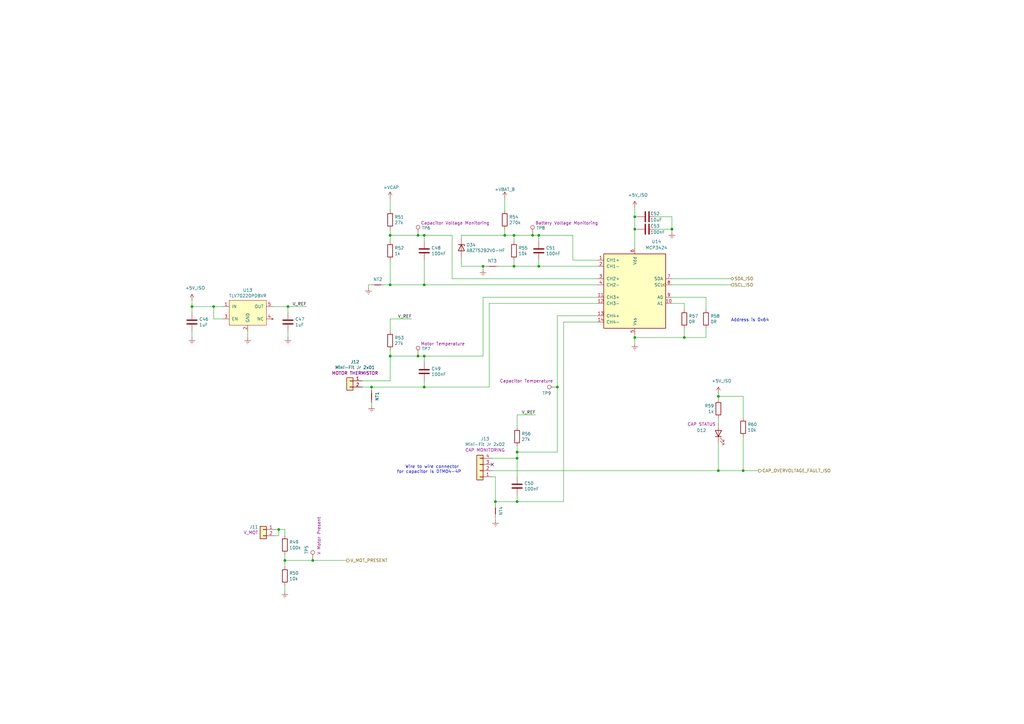
<source format=kicad_sch>
(kicad_sch (version 20211123) (generator eeschema)

  (uuid 275b6416-db29-42cc-9307-bf426917c3b4)

  (paper "A3")

  (title_block
    (title "Loco Main Board")
    (date "2021-05-26")
    (rev "vA")
    (comment 1 "MJ")
  )

  (lib_symbols
    (symbol "Device:D_Zener" (pin_numbers hide) (pin_names (offset 1.016) hide) (in_bom yes) (on_board yes)
      (property "Reference" "D" (id 0) (at 0 2.54 0)
        (effects (font (size 1.27 1.27)))
      )
      (property "Value" "D_Zener" (id 1) (at 0 -2.54 0)
        (effects (font (size 1.27 1.27)))
      )
      (property "Footprint" "" (id 2) (at 0 0 0)
        (effects (font (size 1.27 1.27)) hide)
      )
      (property "Datasheet" "~" (id 3) (at 0 0 0)
        (effects (font (size 1.27 1.27)) hide)
      )
      (property "ki_keywords" "diode" (id 4) (at 0 0 0)
        (effects (font (size 1.27 1.27)) hide)
      )
      (property "ki_description" "Zener diode" (id 5) (at 0 0 0)
        (effects (font (size 1.27 1.27)) hide)
      )
      (property "ki_fp_filters" "TO-???* *_Diode_* *SingleDiode* D_*" (id 6) (at 0 0 0)
        (effects (font (size 1.27 1.27)) hide)
      )
      (symbol "D_Zener_0_1"
        (polyline
          (pts
            (xy 1.27 0)
            (xy -1.27 0)
          )
          (stroke (width 0) (type default) (color 0 0 0 0))
          (fill (type none))
        )
        (polyline
          (pts
            (xy -1.27 -1.27)
            (xy -1.27 1.27)
            (xy -0.762 1.27)
          )
          (stroke (width 0.254) (type default) (color 0 0 0 0))
          (fill (type none))
        )
        (polyline
          (pts
            (xy 1.27 -1.27)
            (xy 1.27 1.27)
            (xy -1.27 0)
            (xy 1.27 -1.27)
          )
          (stroke (width 0.254) (type default) (color 0 0 0 0))
          (fill (type none))
        )
      )
      (symbol "D_Zener_1_1"
        (pin passive line (at -3.81 0 0) (length 2.54)
          (name "K" (effects (font (size 1.27 1.27))))
          (number "1" (effects (font (size 1.27 1.27))))
        )
        (pin passive line (at 3.81 0 180) (length 2.54)
          (name "A" (effects (font (size 1.27 1.27))))
          (number "2" (effects (font (size 1.27 1.27))))
        )
      )
    )
    (symbol "RCAS_ADCs_&_DACs:MCP3424" (pin_names (offset 1.016)) (in_bom yes) (on_board yes)
      (property "Reference" "U" (id 0) (at -2.54 11.43 0)
        (effects (font (size 1.27 1.27)) (justify right))
      )
      (property "Value" "MCP3424" (id 1) (at -2.54 8.89 0)
        (effects (font (size 1.27 1.27)) (justify right))
      )
      (property "Footprint" "" (id 2) (at 22.86 -7.62 0)
        (effects (font (size 1.27 1.27)) hide)
      )
      (property "Datasheet" "http://ww1.microchip.com/downloads/en/DeviceDoc/22088c.pdf" (id 3) (at 22.86 -7.62 0)
        (effects (font (size 1.27 1.27)) hide)
      )
      (property "ki_keywords" "18-Bit ADC I2C IIC I²C Delta-Sigma-ADC Delta-Sigma-ADC Reference 4ch" (id 4) (at 0 0 0)
        (effects (font (size 1.27 1.27)) hide)
      )
      (property "ki_description" "4-Channel, 18-Bit, Delta-Sigma AD-Converter, I²C Interface, Reference" (id 5) (at 0 0 0)
        (effects (font (size 1.27 1.27)) hide)
      )
      (property "ki_fp_filters" "SOIC*3.9x8.7mm*P1.27mm* TSSOP*4.4x5mm*P0.65mm*" (id 6) (at 0 0 0)
        (effects (font (size 1.27 1.27)) hide)
      )
      (symbol "MCP3424_0_1"
        (rectangle (start 12.7 7.62) (end -12.7 -22.86)
          (stroke (width 0.254) (type default) (color 0 0 0 0))
          (fill (type background))
        )
      )
      (symbol "MCP3424_1_1"
        (pin input line (at -15.24 5.08 0) (length 2.54)
          (name "CH1+" (effects (font (size 1.27 1.27))))
          (number "1" (effects (font (size 1.27 1.27))))
        )
        (pin input line (at 15.24 -12.7 180) (length 2.54)
          (name "A1" (effects (font (size 1.27 1.27))))
          (number "10" (effects (font (size 1.27 1.27))))
        )
        (pin input line (at -15.24 -10.16 0) (length 2.54)
          (name "CH3+" (effects (font (size 1.27 1.27))))
          (number "11" (effects (font (size 1.27 1.27))))
        )
        (pin input line (at -15.24 -12.7 0) (length 2.54)
          (name "CH3-" (effects (font (size 1.27 1.27))))
          (number "12" (effects (font (size 1.27 1.27))))
        )
        (pin input line (at -15.24 -17.78 0) (length 2.54)
          (name "CH4+" (effects (font (size 1.27 1.27))))
          (number "13" (effects (font (size 1.27 1.27))))
        )
        (pin input line (at -15.24 -20.32 0) (length 2.54)
          (name "CH4-" (effects (font (size 1.27 1.27))))
          (number "14" (effects (font (size 1.27 1.27))))
        )
        (pin input line (at -15.24 2.54 0) (length 2.54)
          (name "CH1-" (effects (font (size 1.27 1.27))))
          (number "2" (effects (font (size 1.27 1.27))))
        )
        (pin input line (at -15.24 -2.54 0) (length 2.54)
          (name "CH2+" (effects (font (size 1.27 1.27))))
          (number "3" (effects (font (size 1.27 1.27))))
        )
        (pin input line (at -15.24 -5.08 0) (length 2.54)
          (name "CH2-" (effects (font (size 1.27 1.27))))
          (number "4" (effects (font (size 1.27 1.27))))
        )
        (pin power_in line (at 0 -25.4 90) (length 2.54)
          (name "Vss" (effects (font (size 1.27 1.27))))
          (number "5" (effects (font (size 1.27 1.27))))
        )
        (pin power_in line (at 0 10.16 270) (length 2.54)
          (name "Vdd" (effects (font (size 1.27 1.27))))
          (number "6" (effects (font (size 1.27 1.27))))
        )
        (pin bidirectional line (at 15.24 -2.54 180) (length 2.54)
          (name "SDA" (effects (font (size 1.27 1.27))))
          (number "7" (effects (font (size 1.27 1.27))))
        )
        (pin input clock (at 15.24 -5.08 180) (length 2.54)
          (name "SCL" (effects (font (size 1.27 1.27))))
          (number "8" (effects (font (size 1.27 1.27))))
        )
        (pin input line (at 15.24 -10.16 180) (length 2.54)
          (name "A0" (effects (font (size 1.27 1.27))))
          (number "9" (effects (font (size 1.27 1.27))))
        )
      )
    )
    (symbol "RCAS_Connectors_Generic:Conn_01x02" (pin_names (offset 1.016) hide) (in_bom yes) (on_board yes)
      (property "Reference" "J" (id 0) (at 0 2.54 0)
        (effects (font (size 1.27 1.27)))
      )
      (property "Value" "Conn_01x02" (id 1) (at 0 -5.08 0)
        (effects (font (size 1.27 1.27)))
      )
      (property "Footprint" "" (id 2) (at 0 0 0)
        (effects (font (size 1.27 1.27)) hide)
      )
      (property "Datasheet" "~" (id 3) (at 0 0 0)
        (effects (font (size 1.27 1.27)) hide)
      )
      (property "ki_keywords" "connector" (id 4) (at 0 0 0)
        (effects (font (size 1.27 1.27)) hide)
      )
      (property "ki_description" "Generic connector, single row, 01x02, script generated (kicad-library-utils/schlib/autogen/connector/)" (id 5) (at 0 0 0)
        (effects (font (size 1.27 1.27)) hide)
      )
      (property "ki_fp_filters" "Connector*:*_1x??_*" (id 6) (at 0 0 0)
        (effects (font (size 1.27 1.27)) hide)
      )
      (symbol "Conn_01x02_1_1"
        (rectangle (start -1.27 -2.413) (end 0 -2.667)
          (stroke (width 0.1524) (type default) (color 0 0 0 0))
          (fill (type none))
        )
        (rectangle (start -1.27 0.127) (end 0 -0.127)
          (stroke (width 0.1524) (type default) (color 0 0 0 0))
          (fill (type none))
        )
        (rectangle (start -1.27 1.27) (end 1.27 -3.81)
          (stroke (width 0.254) (type default) (color 0 0 0 0))
          (fill (type background))
        )
        (pin passive line (at -5.08 0 0) (length 3.81)
          (name "Pin_1" (effects (font (size 1.27 1.27))))
          (number "1" (effects (font (size 1.27 1.27))))
        )
        (pin passive line (at -5.08 -2.54 0) (length 3.81)
          (name "Pin_2" (effects (font (size 1.27 1.27))))
          (number "2" (effects (font (size 1.27 1.27))))
        )
      )
    )
    (symbol "RCAS_Connectors_Generic:Conn_01x04" (pin_names (offset 1.016) hide) (in_bom yes) (on_board yes)
      (property "Reference" "J" (id 0) (at 0 5.08 0)
        (effects (font (size 1.27 1.27)))
      )
      (property "Value" "Conn_01x04" (id 1) (at 0 -7.62 0)
        (effects (font (size 1.27 1.27)))
      )
      (property "Footprint" "" (id 2) (at 0 0 0)
        (effects (font (size 1.27 1.27)) hide)
      )
      (property "Datasheet" "~" (id 3) (at 0 0 0)
        (effects (font (size 1.27 1.27)) hide)
      )
      (property "ki_keywords" "connector" (id 4) (at 0 0 0)
        (effects (font (size 1.27 1.27)) hide)
      )
      (property "ki_description" "Generic connector, single row, 01x04, script generated (kicad-library-utils/schlib/autogen/connector/)" (id 5) (at 0 0 0)
        (effects (font (size 1.27 1.27)) hide)
      )
      (property "ki_fp_filters" "Connector*:*_1x??_*" (id 6) (at 0 0 0)
        (effects (font (size 1.27 1.27)) hide)
      )
      (symbol "Conn_01x04_1_1"
        (rectangle (start -1.27 -4.953) (end 0 -5.207)
          (stroke (width 0.1524) (type default) (color 0 0 0 0))
          (fill (type none))
        )
        (rectangle (start -1.27 -2.413) (end 0 -2.667)
          (stroke (width 0.1524) (type default) (color 0 0 0 0))
          (fill (type none))
        )
        (rectangle (start -1.27 0.127) (end 0 -0.127)
          (stroke (width 0.1524) (type default) (color 0 0 0 0))
          (fill (type none))
        )
        (rectangle (start -1.27 2.667) (end 0 2.413)
          (stroke (width 0.1524) (type default) (color 0 0 0 0))
          (fill (type none))
        )
        (rectangle (start -1.27 3.81) (end 1.27 -6.35)
          (stroke (width 0.254) (type default) (color 0 0 0 0))
          (fill (type background))
        )
        (pin passive line (at -5.08 2.54 0) (length 3.81)
          (name "Pin_1" (effects (font (size 1.27 1.27))))
          (number "1" (effects (font (size 1.27 1.27))))
        )
        (pin passive line (at -5.08 0 0) (length 3.81)
          (name "Pin_2" (effects (font (size 1.27 1.27))))
          (number "2" (effects (font (size 1.27 1.27))))
        )
        (pin passive line (at -5.08 -2.54 0) (length 3.81)
          (name "Pin_3" (effects (font (size 1.27 1.27))))
          (number "3" (effects (font (size 1.27 1.27))))
        )
        (pin passive line (at -5.08 -5.08 0) (length 3.81)
          (name "Pin_4" (effects (font (size 1.27 1.27))))
          (number "4" (effects (font (size 1.27 1.27))))
        )
      )
    )
    (symbol "RCAS_LEDs:LED" (pin_numbers hide) (pin_names (offset 1.016) hide) (in_bom yes) (on_board yes)
      (property "Reference" "D" (id 0) (at 0 2.54 0)
        (effects (font (size 1.27 1.27)))
      )
      (property "Value" "LED" (id 1) (at 0 -2.54 0)
        (effects (font (size 1.27 1.27)))
      )
      (property "Footprint" "" (id 2) (at 0 0 0)
        (effects (font (size 1.27 1.27)) hide)
      )
      (property "Datasheet" "~" (id 3) (at 0 0 0)
        (effects (font (size 1.27 1.27)) hide)
      )
      (property "ki_keywords" "LED diode" (id 4) (at 0 0 0)
        (effects (font (size 1.27 1.27)) hide)
      )
      (property "ki_description" "Light emitting diode" (id 5) (at 0 0 0)
        (effects (font (size 1.27 1.27)) hide)
      )
      (property "ki_fp_filters" "LED* LED_SMD:* LED_THT:*" (id 6) (at 0 0 0)
        (effects (font (size 1.27 1.27)) hide)
      )
      (symbol "LED_0_1"
        (polyline
          (pts
            (xy -1.27 -1.27)
            (xy -1.27 1.27)
          )
          (stroke (width 0.254) (type default) (color 0 0 0 0))
          (fill (type none))
        )
        (polyline
          (pts
            (xy -1.27 0)
            (xy 1.27 0)
          )
          (stroke (width 0) (type default) (color 0 0 0 0))
          (fill (type none))
        )
        (polyline
          (pts
            (xy 1.27 -1.27)
            (xy 1.27 1.27)
            (xy -1.27 0)
            (xy 1.27 -1.27)
          )
          (stroke (width 0.254) (type default) (color 0 0 0 0))
          (fill (type none))
        )
        (polyline
          (pts
            (xy -3.048 -0.762)
            (xy -4.572 -2.286)
            (xy -3.81 -2.286)
            (xy -4.572 -2.286)
            (xy -4.572 -1.524)
          )
          (stroke (width 0) (type default) (color 0 0 0 0))
          (fill (type none))
        )
        (polyline
          (pts
            (xy -1.778 -0.762)
            (xy -3.302 -2.286)
            (xy -2.54 -2.286)
            (xy -3.302 -2.286)
            (xy -3.302 -1.524)
          )
          (stroke (width 0) (type default) (color 0 0 0 0))
          (fill (type none))
        )
      )
      (symbol "LED_1_1"
        (pin passive line (at -3.81 0 0) (length 2.54)
          (name "K" (effects (font (size 1.27 1.27))))
          (number "1" (effects (font (size 1.27 1.27))))
        )
        (pin passive line (at 3.81 0 180) (length 2.54)
          (name "A" (effects (font (size 1.27 1.27))))
          (number "2" (effects (font (size 1.27 1.27))))
        )
      )
    )
    (symbol "RCAS_Passives:Capacitor" (pin_numbers hide) (pin_names (offset 0.254)) (in_bom yes) (on_board yes)
      (property "Reference" "C" (id 0) (at 0.635 2.54 0)
        (effects (font (size 1.27 1.27)) (justify left))
      )
      (property "Value" "Capacitor" (id 1) (at 0.635 -2.54 0)
        (effects (font (size 1.27 1.27)) (justify left))
      )
      (property "Footprint" "" (id 2) (at 0.9652 -3.81 0)
        (effects (font (size 1.27 1.27)) hide)
      )
      (property "Datasheet" "~" (id 3) (at 0 0 0)
        (effects (font (size 1.27 1.27)) hide)
      )
      (property "ki_keywords" "cap capacitor" (id 4) (at 0 0 0)
        (effects (font (size 1.27 1.27)) hide)
      )
      (property "ki_description" "Unpolarized capacitor" (id 5) (at 0 0 0)
        (effects (font (size 1.27 1.27)) hide)
      )
      (property "ki_fp_filters" "C_*" (id 6) (at 0 0 0)
        (effects (font (size 1.27 1.27)) hide)
      )
      (symbol "Capacitor_0_1"
        (polyline
          (pts
            (xy -2.032 -0.762)
            (xy 2.032 -0.762)
          )
          (stroke (width 0.508) (type default) (color 0 0 0 0))
          (fill (type none))
        )
        (polyline
          (pts
            (xy -2.032 0.762)
            (xy 2.032 0.762)
          )
          (stroke (width 0.508) (type default) (color 0 0 0 0))
          (fill (type none))
        )
      )
      (symbol "Capacitor_1_1"
        (pin passive line (at 0 3.81 270) (length 2.794)
          (name "~" (effects (font (size 1.27 1.27))))
          (number "1" (effects (font (size 1.27 1.27))))
        )
        (pin passive line (at 0 -3.81 90) (length 2.794)
          (name "~" (effects (font (size 1.27 1.27))))
          (number "2" (effects (font (size 1.27 1.27))))
        )
      )
    )
    (symbol "RCAS_Passives:Net-Tie" (pin_numbers hide) (pin_names (offset 0) hide) (in_bom yes) (on_board yes)
      (property "Reference" "NT" (id 0) (at 0 1.27 0)
        (effects (font (size 1.27 1.27)))
      )
      (property "Value" "Net-Tie" (id 1) (at 0 -1.27 0)
        (effects (font (size 1.27 1.27)) hide)
      )
      (property "Footprint" "" (id 2) (at 0 0 0)
        (effects (font (size 1.27 1.27)) hide)
      )
      (property "Datasheet" "~" (id 3) (at 0 0 0)
        (effects (font (size 1.27 1.27)) hide)
      )
      (property "ki_keywords" "net tie short" (id 4) (at 0 0 0)
        (effects (font (size 1.27 1.27)) hide)
      )
      (property "ki_description" "Net tie, 2 pins" (id 5) (at 0 0 0)
        (effects (font (size 1.27 1.27)) hide)
      )
      (property "ki_fp_filters" "Net*Tie*" (id 6) (at 0 0 0)
        (effects (font (size 1.27 1.27)) hide)
      )
      (symbol "Net-Tie_0_1"
        (polyline
          (pts
            (xy -1.27 0)
            (xy 1.27 0)
          )
          (stroke (width 0.254) (type default) (color 0 0 0 0))
          (fill (type none))
        )
      )
      (symbol "Net-Tie_1_1"
        (pin passive line (at -2.54 0 0) (length 2.54)
          (name "1" (effects (font (size 1.27 1.27))))
          (number "1" (effects (font (size 1.27 1.27))))
        )
        (pin passive line (at 2.54 0 180) (length 2.54)
          (name "2" (effects (font (size 1.27 1.27))))
          (number "2" (effects (font (size 1.27 1.27))))
        )
      )
    )
    (symbol "RCAS_Passives:Resistor" (pin_numbers hide) (pin_names (offset 0)) (in_bom yes) (on_board yes)
      (property "Reference" "R" (id 0) (at 2.032 0 90)
        (effects (font (size 1.27 1.27)))
      )
      (property "Value" "Resistor" (id 1) (at 0 0 90)
        (effects (font (size 1.27 1.27)))
      )
      (property "Footprint" "" (id 2) (at -1.778 0 90)
        (effects (font (size 1.27 1.27)) hide)
      )
      (property "Datasheet" "~" (id 3) (at 0 0 0)
        (effects (font (size 1.27 1.27)) hide)
      )
      (property "ki_keywords" "R res resistor" (id 4) (at 0 0 0)
        (effects (font (size 1.27 1.27)) hide)
      )
      (property "ki_description" "Resistor" (id 5) (at 0 0 0)
        (effects (font (size 1.27 1.27)) hide)
      )
      (property "ki_fp_filters" "R_*" (id 6) (at 0 0 0)
        (effects (font (size 1.27 1.27)) hide)
      )
      (symbol "Resistor_0_1"
        (rectangle (start -1.016 -2.54) (end 1.016 2.54)
          (stroke (width 0.254) (type default) (color 0 0 0 0))
          (fill (type none))
        )
      )
      (symbol "Resistor_1_1"
        (pin passive line (at 0 3.81 270) (length 1.27)
          (name "~" (effects (font (size 1.27 1.27))))
          (number "1" (effects (font (size 1.27 1.27))))
        )
        (pin passive line (at 0 -3.81 90) (length 1.27)
          (name "~" (effects (font (size 1.27 1.27))))
          (number "2" (effects (font (size 1.27 1.27))))
        )
      )
    )
    (symbol "RCAS_Power_Symbols:+5V0_ISO" (power) (pin_names (offset 0)) (in_bom yes) (on_board yes)
      (property "Reference" "#PWR" (id 0) (at 0 -3.81 0)
        (effects (font (size 1.27 1.27)) hide)
      )
      (property "Value" "+5V0_ISO" (id 1) (at 0 3.556 0)
        (effects (font (size 1.27 1.27)))
      )
      (property "Footprint" "" (id 2) (at 0 0 0)
        (effects (font (size 1.27 1.27)) hide)
      )
      (property "Datasheet" "" (id 3) (at 0 0 0)
        (effects (font (size 1.27 1.27)) hide)
      )
      (property "ki_keywords" "power-flag" (id 4) (at 0 0 0)
        (effects (font (size 1.27 1.27)) hide)
      )
      (property "ki_description" "Power symbol creates a global label with name \"+5V0_ISO\"" (id 5) (at 0 0 0)
        (effects (font (size 1.27 1.27)) hide)
      )
      (symbol "+5V0_ISO_0_1"
        (polyline
          (pts
            (xy -0.762 1.27)
            (xy 0 2.54)
          )
          (stroke (width 0) (type default) (color 0 0 0 0))
          (fill (type none))
        )
        (polyline
          (pts
            (xy 0 0)
            (xy 0 2.54)
          )
          (stroke (width 0) (type default) (color 0 0 0 0))
          (fill (type none))
        )
        (polyline
          (pts
            (xy 0 2.54)
            (xy 0.762 1.27)
          )
          (stroke (width 0) (type default) (color 0 0 0 0))
          (fill (type none))
        )
      )
      (symbol "+5V0_ISO_1_1"
        (pin power_in line (at 0 0 90) (length 0) hide
          (name "+5V_ISO" (effects (font (size 1.27 1.27))))
          (number "1" (effects (font (size 1.27 1.27))))
        )
      )
    )
    (symbol "RCAS_Power_Symbols:+VBAT_B" (power) (pin_names (offset 0)) (in_bom yes) (on_board yes)
      (property "Reference" "#PWR" (id 0) (at 0 -3.81 0)
        (effects (font (size 1.27 1.27)) hide)
      )
      (property "Value" "+VBAT_B" (id 1) (at 0 3.556 0)
        (effects (font (size 1.27 1.27)))
      )
      (property "Footprint" "" (id 2) (at 0 0 0)
        (effects (font (size 1.27 1.27)) hide)
      )
      (property "Datasheet" "" (id 3) (at 0 0 0)
        (effects (font (size 1.27 1.27)) hide)
      )
      (property "ki_keywords" "power-flag" (id 4) (at 0 0 0)
        (effects (font (size 1.27 1.27)) hide)
      )
      (property "ki_description" "Power symbol creates a global label with name \"+VBAT_IN\"" (id 5) (at 0 0 0)
        (effects (font (size 1.27 1.27)) hide)
      )
      (symbol "+VBAT_B_0_1"
        (polyline
          (pts
            (xy -0.762 1.27)
            (xy 0 2.54)
          )
          (stroke (width 0) (type default) (color 0 0 0 0))
          (fill (type none))
        )
        (polyline
          (pts
            (xy 0 0)
            (xy 0 2.54)
          )
          (stroke (width 0) (type default) (color 0 0 0 0))
          (fill (type none))
        )
        (polyline
          (pts
            (xy 0 2.54)
            (xy 0.762 1.27)
          )
          (stroke (width 0) (type default) (color 0 0 0 0))
          (fill (type none))
        )
      )
      (symbol "+VBAT_B_1_1"
        (pin power_in line (at 0 0 90) (length 0) hide
          (name "+VBAT_B" (effects (font (size 1.27 1.27))))
          (number "1" (effects (font (size 1.27 1.27))))
        )
      )
    )
    (symbol "RCAS_Power_Symbols:+VCAP" (power) (pin_names (offset 0)) (in_bom yes) (on_board yes)
      (property "Reference" "#PWR" (id 0) (at 0 -3.81 0)
        (effects (font (size 1.27 1.27)) hide)
      )
      (property "Value" "+VCAP" (id 1) (at 0 3.556 0)
        (effects (font (size 1.27 1.27)))
      )
      (property "Footprint" "" (id 2) (at 0 0 0)
        (effects (font (size 1.27 1.27)) hide)
      )
      (property "Datasheet" "" (id 3) (at 0 0 0)
        (effects (font (size 1.27 1.27)) hide)
      )
      (property "ki_keywords" "power-flag" (id 4) (at 0 0 0)
        (effects (font (size 1.27 1.27)) hide)
      )
      (property "ki_description" "Power symbol creates a global label with name \"+VCAP\"" (id 5) (at 0 0 0)
        (effects (font (size 1.27 1.27)) hide)
      )
      (symbol "+VCAP_0_1"
        (polyline
          (pts
            (xy -0.762 1.27)
            (xy 0 2.54)
          )
          (stroke (width 0) (type default) (color 0 0 0 0))
          (fill (type none))
        )
        (polyline
          (pts
            (xy 0 0)
            (xy 0 2.54)
          )
          (stroke (width 0) (type default) (color 0 0 0 0))
          (fill (type none))
        )
        (polyline
          (pts
            (xy 0 2.54)
            (xy 0.762 1.27)
          )
          (stroke (width 0) (type default) (color 0 0 0 0))
          (fill (type none))
        )
      )
      (symbol "+VCAP_1_1"
        (pin power_in line (at 0 0 90) (length 0) hide
          (name "+VCAP" (effects (font (size 1.27 1.27))))
          (number "1" (effects (font (size 1.27 1.27))))
        )
      )
    )
    (symbol "RCAS_Power_Symbols:Earth" (power) (pin_names (offset 0)) (in_bom yes) (on_board yes)
      (property "Reference" "#PWR" (id 0) (at 0 -6.35 0)
        (effects (font (size 1.27 1.27)) hide)
      )
      (property "Value" "Earth" (id 1) (at 0 -3.81 0)
        (effects (font (size 1.27 1.27)) hide)
      )
      (property "Footprint" "" (id 2) (at 0 0 0)
        (effects (font (size 1.27 1.27)) hide)
      )
      (property "Datasheet" "~" (id 3) (at 0 0 0)
        (effects (font (size 1.27 1.27)) hide)
      )
      (property "ki_keywords" "power-flag ground gnd" (id 4) (at 0 0 0)
        (effects (font (size 1.27 1.27)) hide)
      )
      (property "ki_description" "Power symbol creates a global label with name \"Earth\"" (id 5) (at 0 0 0)
        (effects (font (size 1.27 1.27)) hide)
      )
      (symbol "Earth_0_1"
        (polyline
          (pts
            (xy -0.635 -1.905)
            (xy 0.635 -1.905)
          )
          (stroke (width 0) (type default) (color 0 0 0 0))
          (fill (type none))
        )
        (polyline
          (pts
            (xy -0.127 -2.54)
            (xy 0.127 -2.54)
          )
          (stroke (width 0) (type default) (color 0 0 0 0))
          (fill (type none))
        )
        (polyline
          (pts
            (xy 0 -1.27)
            (xy 0 0)
          )
          (stroke (width 0) (type default) (color 0 0 0 0))
          (fill (type none))
        )
        (polyline
          (pts
            (xy 1.27 -1.27)
            (xy -1.27 -1.27)
          )
          (stroke (width 0) (type default) (color 0 0 0 0))
          (fill (type none))
        )
      )
      (symbol "Earth_1_1"
        (pin power_in line (at 0 0 270) (length 0) hide
          (name "Earth" (effects (font (size 1.27 1.27))))
          (number "1" (effects (font (size 1.27 1.27))))
        )
      )
    )
    (symbol "RCAS_Regulators_Linear:Voltage_Regulator_SOT23-5_IN-GND-EN-NC-OUT" (pin_names (offset 1.016)) (in_bom yes) (on_board yes)
      (property "Reference" "U" (id 0) (at 0 10.16 0)
        (effects (font (size 1.27 1.27)))
      )
      (property "Value" "Voltage_Regulator_SOT23-5_IN-GND-EN-NC-OUT" (id 1) (at 0 7.62 0)
        (effects (font (size 1.27 1.27)))
      )
      (property "Footprint" "" (id 2) (at 0 12.7 0)
        (effects (font (size 1.27 1.27)) hide)
      )
      (property "Datasheet" "" (id 3) (at 0 12.7 0)
        (effects (font (size 1.27 1.27)) hide)
      )
      (symbol "Voltage_Regulator_SOT23-5_IN-GND-EN-NC-OUT_0_0"
        (pin power_in line (at -10.16 2.54 0) (length 2.54)
          (name "IN" (effects (font (size 1.27 1.27))))
          (number "1" (effects (font (size 1.27 1.27))))
        )
        (pin power_in line (at 0 -7.62 90) (length 2.54)
          (name "GND" (effects (font (size 1.27 1.27))))
          (number "2" (effects (font (size 1.27 1.27))))
        )
        (pin input line (at -10.16 -2.54 0) (length 2.54)
          (name "EN" (effects (font (size 1.27 1.27))))
          (number "3" (effects (font (size 1.27 1.27))))
        )
        (pin no_connect line (at 10.16 -2.54 180) (length 2.54)
          (name "NC" (effects (font (size 1.27 1.27))))
          (number "4" (effects (font (size 1.27 1.27))))
        )
        (pin power_out line (at 10.16 2.54 180) (length 2.54)
          (name "OUT" (effects (font (size 1.27 1.27))))
          (number "5" (effects (font (size 1.27 1.27))))
        )
      )
      (symbol "Voltage_Regulator_SOT23-5_IN-GND-EN-NC-OUT_0_1"
        (rectangle (start -7.62 5.08) (end 7.62 -5.08)
          (stroke (width 0) (type default) (color 0 0 0 0))
          (fill (type background))
        )
      )
    )
    (symbol "RCAS_Test_Points:TestPoint" (pin_numbers hide) (pin_names (offset 0.762) hide) (in_bom yes) (on_board yes)
      (property "Reference" "TP" (id 0) (at 0 6.858 0)
        (effects (font (size 1.27 1.27)))
      )
      (property "Value" "TestPoint" (id 1) (at 0 5.08 0)
        (effects (font (size 1.27 1.27)))
      )
      (property "Footprint" "" (id 2) (at 5.08 0 0)
        (effects (font (size 1.27 1.27)) hide)
      )
      (property "Datasheet" "~" (id 3) (at 5.08 0 0)
        (effects (font (size 1.27 1.27)) hide)
      )
      (property "ki_keywords" "test point tp" (id 4) (at 0 0 0)
        (effects (font (size 1.27 1.27)) hide)
      )
      (property "ki_description" "test point" (id 5) (at 0 0 0)
        (effects (font (size 1.27 1.27)) hide)
      )
      (property "ki_fp_filters" "Pin* Test*" (id 6) (at 0 0 0)
        (effects (font (size 1.27 1.27)) hide)
      )
      (symbol "TestPoint_0_1"
        (circle (center 0 3.302) (radius 0.762)
          (stroke (width 0) (type default) (color 0 0 0 0))
          (fill (type none))
        )
      )
      (symbol "TestPoint_1_1"
        (pin passive line (at 0 0 90) (length 2.54)
          (name "1" (effects (font (size 1.27 1.27))))
          (number "1" (effects (font (size 1.27 1.27))))
        )
      )
    )
  )

  (junction (at 171.45 96.52) (diameter 0) (color 0 0 0 0)
    (uuid 06665bf8-cef1-4e75-8d5b-1537b3c1b090)
  )
  (junction (at 87.63 125.73) (diameter 0) (color 0 0 0 0)
    (uuid 07652224-af43-42a2-841c-1883ba305bc4)
  )
  (junction (at 173.99 96.52) (diameter 0) (color 0 0 0 0)
    (uuid 10b20c6b-8045-46d1-a965-0d7dd9a1b5fa)
  )
  (junction (at 220.98 109.22) (diameter 0) (color 0 0 0 0)
    (uuid 25c663ff-96b6-4263-a06e-d1829409cf73)
  )
  (junction (at 128.27 229.87) (diameter 0) (color 0 0 0 0)
    (uuid 2e36ce87-4661-4b8f-956a-16dc559e1b50)
  )
  (junction (at 260.35 88.9) (diameter 0) (color 0 0 0 0)
    (uuid 2f3fba7a-cf45-4bd8-9035-07e6fa0b4732)
  )
  (junction (at 173.99 146.05) (diameter 0) (color 0 0 0 0)
    (uuid 363189af-2faa-46a4-b025-5a779d801f2e)
  )
  (junction (at 212.09 205.74) (diameter 0) (color 0 0 0 0)
    (uuid 3934b2e9-06c8-499c-a6df-4d7b35cfb894)
  )
  (junction (at 294.64 162.56) (diameter 0) (color 0 0 0 0)
    (uuid 3a45fb3b-7899-44f2-a78a-f676359df67b)
  )
  (junction (at 210.82 96.52) (diameter 0) (color 0 0 0 0)
    (uuid 469f89fd-f629-46b7-b106-a0088168c9ec)
  )
  (junction (at 160.02 96.52) (diameter 0) (color 0 0 0 0)
    (uuid 4970ec6e-3725-4619-b57d-dc2c2cb86ed0)
  )
  (junction (at 280.67 138.43) (diameter 0) (color 0 0 0 0)
    (uuid 49b5f540-e128-4e08-bb09-f321f8e64056)
  )
  (junction (at 207.01 96.52) (diameter 0) (color 0 0 0 0)
    (uuid 4bbde53d-6894-4e18-9480-84a6a26d5f6b)
  )
  (junction (at 260.35 138.43) (diameter 0) (color 0 0 0 0)
    (uuid 4ce9470f-5633-41bf-89ac-74a810939893)
  )
  (junction (at 160.02 146.05) (diameter 0) (color 0 0 0 0)
    (uuid 4d2fd49e-2cb2-44d4-8935-68488970d97b)
  )
  (junction (at 260.35 93.98) (diameter 0) (color 0 0 0 0)
    (uuid 5e6153e6-2c19-46de-9a8e-b310a2a07861)
  )
  (junction (at 152.4 158.75) (diameter 0) (color 0 0 0 0)
    (uuid 60d26b83-9c3a-4edb-93ef-ab3d9d05e8cb)
  )
  (junction (at 171.45 146.05) (diameter 0) (color 0 0 0 0)
    (uuid 7668b629-abd6-4e14-be84-df90ae487fc6)
  )
  (junction (at 294.64 193.04) (diameter 0) (color 0 0 0 0)
    (uuid 7c0866b5-b180-4be6-9e62-43f5b191d6d4)
  )
  (junction (at 114.3 217.17) (diameter 0) (color 0 0 0 0)
    (uuid 81b95d0d-8967-4ed1-8d40-39925d015ae8)
  )
  (junction (at 218.44 96.52) (diameter 0) (color 0 0 0 0)
    (uuid 8a427111-6480-4b0c-b097-d8b6a0ee1819)
  )
  (junction (at 198.12 109.22) (diameter 0) (color 0 0 0 0)
    (uuid 8ef1307e-4e79-474d-a93c-be38f714571c)
  )
  (junction (at 212.09 187.96) (diameter 0) (color 0 0 0 0)
    (uuid 93ac15d8-5f91-4361-acff-be4992b93b51)
  )
  (junction (at 118.11 125.73) (diameter 0) (color 0 0 0 0)
    (uuid 961b4579-9ee8-407a-89a7-81f36f1ad865)
  )
  (junction (at 212.09 185.42) (diameter 0) (color 0 0 0 0)
    (uuid 96781640-c07e-4eea-a372-067ded96b703)
  )
  (junction (at 173.99 158.75) (diameter 0) (color 0 0 0 0)
    (uuid b66b83a0-313f-4b03-b851-c6e9577a6eb7)
  )
  (junction (at 203.2 205.74) (diameter 0) (color 0 0 0 0)
    (uuid d115a0df-1034-4583-83af-ff1cb8acfa17)
  )
  (junction (at 210.82 109.22) (diameter 0) (color 0 0 0 0)
    (uuid d4e4ffa8-e3e2-4590-b9df-630d1880f3e4)
  )
  (junction (at 275.59 93.98) (diameter 0) (color 0 0 0 0)
    (uuid d655bb0a-cbf9-4908-ad60-7024ff468fbd)
  )
  (junction (at 173.99 116.84) (diameter 0) (color 0 0 0 0)
    (uuid d68dca9b-48b3-498b-9b5f-3b3838250f82)
  )
  (junction (at 220.98 96.52) (diameter 0) (color 0 0 0 0)
    (uuid dfcef016-1bf5-4158-8a79-72d38a522877)
  )
  (junction (at 116.84 229.87) (diameter 0) (color 0 0 0 0)
    (uuid dff67d5c-d976-4516-ae67-dbbdb70f8ddd)
  )
  (junction (at 228.6 158.75) (diameter 0) (color 0 0 0 0)
    (uuid e000728f-e3c5-4fc4-86af-db9ceb3a6542)
  )
  (junction (at 78.74 125.73) (diameter 0) (color 0 0 0 0)
    (uuid e4184668-3bdd-4cb2-a053-4f3d5e57b541)
  )
  (junction (at 160.02 116.84) (diameter 0) (color 0 0 0 0)
    (uuid e86e4fae-9ca7-4857-a93c-bc6a3048f887)
  )
  (junction (at 304.8 193.04) (diameter 0) (color 0 0 0 0)
    (uuid fd4dd248-3e78-4985-a4fc-58bc05b74cbf)
  )

  (no_connect (at 201.93 190.5) (uuid b7b00984-6ab1-482e-b4b4-67cac44d44da))

  (wire (pts (xy 280.67 127) (xy 280.67 124.46))
    (stroke (width 0) (type default) (color 0 0 0 0))
    (uuid 000b46d6-b833-4804-8f56-56d539f76d09)
  )
  (wire (pts (xy 304.8 193.04) (xy 294.64 193.04))
    (stroke (width 0) (type default) (color 0 0 0 0))
    (uuid 003974b6-cb8f-491b-a226-fc7891eb9a62)
  )
  (wire (pts (xy 113.03 217.17) (xy 114.3 217.17))
    (stroke (width 0) (type default) (color 0 0 0 0))
    (uuid 004b7456-c25a-480f-88f6-723c1bcd9939)
  )
  (wire (pts (xy 275.59 88.9) (xy 275.59 93.98))
    (stroke (width 0) (type default) (color 0 0 0 0))
    (uuid 022502e0-e724-4b75-bc35-3c5984dbeb76)
  )
  (wire (pts (xy 212.09 203.2) (xy 212.09 205.74))
    (stroke (width 0) (type default) (color 0 0 0 0))
    (uuid 044dde97-ee2e-473a-9264-ed4dff1893a5)
  )
  (wire (pts (xy 269.24 93.98) (xy 275.59 93.98))
    (stroke (width 0) (type default) (color 0 0 0 0))
    (uuid 08ec951f-e7eb-41cf-9589-697107a98e88)
  )
  (wire (pts (xy 152.4 160.02) (xy 152.4 158.75))
    (stroke (width 0) (type default) (color 0 0 0 0))
    (uuid 0a1d0cbe-85ab-4f0f-b3b1-fcef21dfb600)
  )
  (wire (pts (xy 173.99 158.75) (xy 200.66 158.75))
    (stroke (width 0) (type default) (color 0 0 0 0))
    (uuid 0c544a8c-9f45-4205-9bca-1d91c95d58ef)
  )
  (wire (pts (xy 173.99 96.52) (xy 171.45 96.52))
    (stroke (width 0) (type default) (color 0 0 0 0))
    (uuid 0c5dddf1-38df-43d2-b49c-e7b691dab0ab)
  )
  (wire (pts (xy 173.99 99.06) (xy 173.99 96.52))
    (stroke (width 0) (type default) (color 0 0 0 0))
    (uuid 0ce1dd44-f307-4f98-9f0d-478fd87daa64)
  )
  (wire (pts (xy 228.6 158.75) (xy 228.6 185.42))
    (stroke (width 0) (type default) (color 0 0 0 0))
    (uuid 0e0f9829-27a5-43b2-a0ae-121d3ce72ef4)
  )
  (wire (pts (xy 299.72 116.84) (xy 275.59 116.84))
    (stroke (width 0) (type default) (color 0 0 0 0))
    (uuid 0e592cd4-1950-44ef-9727-8e526f4c4e12)
  )
  (wire (pts (xy 261.62 93.98) (xy 260.35 93.98))
    (stroke (width 0) (type default) (color 0 0 0 0))
    (uuid 0f0f7bb5-ade7-4a81-82b4-43be6a8ad05c)
  )
  (wire (pts (xy 275.59 121.92) (xy 289.56 121.92))
    (stroke (width 0) (type default) (color 0 0 0 0))
    (uuid 113ffcdf-4c54-4e37-81dc-f91efa934ba7)
  )
  (wire (pts (xy 218.44 96.52) (xy 210.82 96.52))
    (stroke (width 0) (type default) (color 0 0 0 0))
    (uuid 152cd84e-bbed-4df5-a866-d1ab977b0966)
  )
  (wire (pts (xy 151.13 116.84) (xy 151.13 118.11))
    (stroke (width 0) (type default) (color 0 0 0 0))
    (uuid 165f4d8d-26a9-4cf2-a8d6-9936cd983be4)
  )
  (wire (pts (xy 234.95 96.52) (xy 234.95 106.68))
    (stroke (width 0) (type default) (color 0 0 0 0))
    (uuid 178ae27e-edb9-4ffb-bd13-c0a6dd659606)
  )
  (wire (pts (xy 228.6 158.75) (xy 228.6 129.54))
    (stroke (width 0) (type default) (color 0 0 0 0))
    (uuid 18d3014d-7089-41b5-ab03-53cc0a265580)
  )
  (wire (pts (xy 280.67 134.62) (xy 280.67 138.43))
    (stroke (width 0) (type default) (color 0 0 0 0))
    (uuid 1cacb878-9da4-41fc-aa80-018bc841e19a)
  )
  (wire (pts (xy 289.56 134.62) (xy 289.56 138.43))
    (stroke (width 0) (type default) (color 0 0 0 0))
    (uuid 1de61170-5337-44c5-ba28-bd477db4bff1)
  )
  (wire (pts (xy 198.12 146.05) (xy 198.12 121.92))
    (stroke (width 0) (type default) (color 0 0 0 0))
    (uuid 22c28634-55a5-4f76-9217-6b70ddd108b8)
  )
  (wire (pts (xy 201.93 195.58) (xy 203.2 195.58))
    (stroke (width 0) (type default) (color 0 0 0 0))
    (uuid 232ccf4f-3322-4e62-990b-290e6ff36fcd)
  )
  (wire (pts (xy 294.64 162.56) (xy 294.64 163.83))
    (stroke (width 0) (type default) (color 0 0 0 0))
    (uuid 2522909e-6f5c-4f36-9c3a-869dca14e50f)
  )
  (wire (pts (xy 275.59 93.98) (xy 275.59 95.25))
    (stroke (width 0) (type default) (color 0 0 0 0))
    (uuid 2eea20e6-112c-411a-b615-885ae773135a)
  )
  (wire (pts (xy 261.62 88.9) (xy 260.35 88.9))
    (stroke (width 0) (type default) (color 0 0 0 0))
    (uuid 319c683d-aed6-4e7d-aee2-ff9871746d52)
  )
  (wire (pts (xy 168.91 130.81) (xy 160.02 130.81))
    (stroke (width 0) (type default) (color 0 0 0 0))
    (uuid 34a11a07-8b7f-45d2-96e3-89fd43e62756)
  )
  (wire (pts (xy 118.11 125.73) (xy 111.76 125.73))
    (stroke (width 0) (type default) (color 0 0 0 0))
    (uuid 3656bb3f-f8a4-4f3a-8e9a-ec6203c87a56)
  )
  (wire (pts (xy 171.45 146.05) (xy 160.02 146.05))
    (stroke (width 0) (type default) (color 0 0 0 0))
    (uuid 37657eee-b379-4145-b65d-79c82b53e49e)
  )
  (wire (pts (xy 210.82 109.22) (xy 220.98 109.22))
    (stroke (width 0) (type default) (color 0 0 0 0))
    (uuid 37728c8e-efcc-462c-a749-47b6bfcbaf37)
  )
  (wire (pts (xy 87.63 130.81) (xy 87.63 125.73))
    (stroke (width 0) (type default) (color 0 0 0 0))
    (uuid 39845449-7a31-4262-86b1-e7af14a6659f)
  )
  (wire (pts (xy 260.35 138.43) (xy 280.67 138.43))
    (stroke (width 0) (type default) (color 0 0 0 0))
    (uuid 3a1a39fc-8030-4c93-9d9c-d79ba6824099)
  )
  (wire (pts (xy 160.02 81.28) (xy 160.02 86.36))
    (stroke (width 0) (type default) (color 0 0 0 0))
    (uuid 3bbbbb7d-391c-4fee-ac81-3c47878edc38)
  )
  (wire (pts (xy 231.14 205.74) (xy 231.14 132.08))
    (stroke (width 0) (type default) (color 0 0 0 0))
    (uuid 3f96e159-1f3b-4ee7-a46e-e60d78f2137a)
  )
  (wire (pts (xy 212.09 205.74) (xy 203.2 205.74))
    (stroke (width 0) (type default) (color 0 0 0 0))
    (uuid 4160bbf7-ffff-4c5c-a647-5ee58ddecf06)
  )
  (wire (pts (xy 212.09 170.18) (xy 212.09 175.26))
    (stroke (width 0) (type default) (color 0 0 0 0))
    (uuid 41b4f8c6-4973-4fc7-9118-d582bc7f31e7)
  )
  (wire (pts (xy 212.09 187.96) (xy 212.09 195.58))
    (stroke (width 0) (type default) (color 0 0 0 0))
    (uuid 42b61d5b-39d6-462b-b2cc-57656078085f)
  )
  (wire (pts (xy 260.35 93.98) (xy 260.35 101.6))
    (stroke (width 0) (type default) (color 0 0 0 0))
    (uuid 4346fe55-f906-453a-b81a-1c013104a598)
  )
  (wire (pts (xy 210.82 99.06) (xy 210.82 96.52))
    (stroke (width 0) (type default) (color 0 0 0 0))
    (uuid 444b2eaf-241d-42e5-8717-27a83d099c5b)
  )
  (wire (pts (xy 128.27 229.87) (xy 142.24 229.87))
    (stroke (width 0) (type default) (color 0 0 0 0))
    (uuid 4688ff87-8262-46f4-ad96-b5f4e529cfa9)
  )
  (wire (pts (xy 160.02 130.81) (xy 160.02 135.89))
    (stroke (width 0) (type default) (color 0 0 0 0))
    (uuid 47993d80-a37e-426e-90c9-fd54b49ed166)
  )
  (wire (pts (xy 118.11 128.27) (xy 118.11 125.73))
    (stroke (width 0) (type default) (color 0 0 0 0))
    (uuid 49d97c73-e37a-4154-9d0a-88037e40cc11)
  )
  (wire (pts (xy 269.24 88.9) (xy 275.59 88.9))
    (stroke (width 0) (type default) (color 0 0 0 0))
    (uuid 49fec31e-3712-4229-8142-b191d90a97d0)
  )
  (wire (pts (xy 160.02 93.98) (xy 160.02 96.52))
    (stroke (width 0) (type default) (color 0 0 0 0))
    (uuid 4a53fa56-d65b-42a4-a4be-8f49c4c015bb)
  )
  (wire (pts (xy 198.12 109.22) (xy 198.12 110.49))
    (stroke (width 0) (type default) (color 0 0 0 0))
    (uuid 4e677390-a246-4ca0-954c-746e0870f88f)
  )
  (wire (pts (xy 78.74 125.73) (xy 87.63 125.73))
    (stroke (width 0) (type default) (color 0 0 0 0))
    (uuid 4f2f68c4-6fa0-45ce-b5c2-e911daddcd12)
  )
  (wire (pts (xy 125.73 125.73) (xy 118.11 125.73))
    (stroke (width 0) (type default) (color 0 0 0 0))
    (uuid 54093c93-5e7e-4c8d-8d94-40c077747c12)
  )
  (wire (pts (xy 189.23 96.52) (xy 189.23 97.79))
    (stroke (width 0) (type default) (color 0 0 0 0))
    (uuid 5698a460-6e24-4857-84d8-4a43acd2325d)
  )
  (wire (pts (xy 173.99 96.52) (xy 185.42 96.52))
    (stroke (width 0) (type default) (color 0 0 0 0))
    (uuid 59f60168-cced-43c9-aaa5-41a1a8a2f631)
  )
  (wire (pts (xy 299.72 114.3) (xy 275.59 114.3))
    (stroke (width 0) (type default) (color 0 0 0 0))
    (uuid 5bbde4f9-fcdb-4d27-a2d6-3847fcdd87ba)
  )
  (wire (pts (xy 260.35 85.09) (xy 260.35 88.9))
    (stroke (width 0) (type default) (color 0 0 0 0))
    (uuid 5e755161-24a5-4650-a6e3-9836bf074412)
  )
  (wire (pts (xy 160.02 106.68) (xy 160.02 116.84))
    (stroke (width 0) (type default) (color 0 0 0 0))
    (uuid 6150c02b-beb5-4af1-951e-3666a285a6ea)
  )
  (wire (pts (xy 78.74 123.19) (xy 78.74 125.73))
    (stroke (width 0) (type default) (color 0 0 0 0))
    (uuid 63286bbb-78a3-4368-a50a-f6bf5f1653b0)
  )
  (wire (pts (xy 220.98 109.22) (xy 245.11 109.22))
    (stroke (width 0) (type default) (color 0 0 0 0))
    (uuid 637e9edf-ffed-49a2-8408-fa110c9a4c79)
  )
  (wire (pts (xy 228.6 129.54) (xy 245.11 129.54))
    (stroke (width 0) (type default) (color 0 0 0 0))
    (uuid 661ca2ba-bce5-4308-99a6-de333a625515)
  )
  (wire (pts (xy 212.09 205.74) (xy 231.14 205.74))
    (stroke (width 0) (type default) (color 0 0 0 0))
    (uuid 662bafcb-dcfb-4471-a8a9-f5c777fdf249)
  )
  (wire (pts (xy 116.84 229.87) (xy 128.27 229.87))
    (stroke (width 0) (type default) (color 0 0 0 0))
    (uuid 68039801-1b0f-480a-861d-d55f24af0c17)
  )
  (wire (pts (xy 78.74 138.43) (xy 78.74 135.89))
    (stroke (width 0) (type default) (color 0 0 0 0))
    (uuid 692d87e9-6b70-46cc-9c78-b75193a484cc)
  )
  (wire (pts (xy 294.64 181.61) (xy 294.64 193.04))
    (stroke (width 0) (type default) (color 0 0 0 0))
    (uuid 6ce41a48-c5e2-4d5f-8548-1c7b5c309a8a)
  )
  (wire (pts (xy 201.93 187.96) (xy 212.09 187.96))
    (stroke (width 0) (type default) (color 0 0 0 0))
    (uuid 6d7ff8c0-8a2a-4636-844f-c7210ff3e6f2)
  )
  (wire (pts (xy 203.2 212.09) (xy 203.2 213.36))
    (stroke (width 0) (type default) (color 0 0 0 0))
    (uuid 720ec55a-7c69-4064-b792-ef3dbba4eab9)
  )
  (wire (pts (xy 173.99 146.05) (xy 198.12 146.05))
    (stroke (width 0) (type default) (color 0 0 0 0))
    (uuid 74012f9c-57f0-452a-9ea1-1e3437e264b8)
  )
  (wire (pts (xy 245.11 116.84) (xy 173.99 116.84))
    (stroke (width 0) (type default) (color 0 0 0 0))
    (uuid 74855e0d-40e4-4940-a544-edae9207b2ea)
  )
  (wire (pts (xy 173.99 106.68) (xy 173.99 116.84))
    (stroke (width 0) (type default) (color 0 0 0 0))
    (uuid 755f94aa-38f0-4a64-a7c7-6c71cb18cddf)
  )
  (wire (pts (xy 231.14 132.08) (xy 245.11 132.08))
    (stroke (width 0) (type default) (color 0 0 0 0))
    (uuid 77aa6db5-9b8d-4983-b88e-30fe5af25975)
  )
  (wire (pts (xy 116.84 227.33) (xy 116.84 229.87))
    (stroke (width 0) (type default) (color 0 0 0 0))
    (uuid 7de6564c-7ad6-4d57-a54c-8d2835ff5cdc)
  )
  (wire (pts (xy 189.23 109.22) (xy 189.23 105.41))
    (stroke (width 0) (type default) (color 0 0 0 0))
    (uuid 8220ba36-5fda-4461-95e2-49a5bc0c76af)
  )
  (wire (pts (xy 114.3 219.71) (xy 114.3 217.17))
    (stroke (width 0) (type default) (color 0 0 0 0))
    (uuid 83a363ef-2850-4113-853b-2966af02d72d)
  )
  (wire (pts (xy 201.93 193.04) (xy 294.64 193.04))
    (stroke (width 0) (type default) (color 0 0 0 0))
    (uuid 843b53af-dd34-4db8-aa6b-5035b25affc7)
  )
  (wire (pts (xy 210.82 106.68) (xy 210.82 109.22))
    (stroke (width 0) (type default) (color 0 0 0 0))
    (uuid 848c6095-3966-404d-9f2a-51150fd8dc54)
  )
  (wire (pts (xy 203.2 195.58) (xy 203.2 205.74))
    (stroke (width 0) (type default) (color 0 0 0 0))
    (uuid 8ae05d37-86b4-45ea-800f-f1f9fb167857)
  )
  (wire (pts (xy 173.99 156.21) (xy 173.99 158.75))
    (stroke (width 0) (type default) (color 0 0 0 0))
    (uuid 8b963561-586b-4575-b721-87e7914602c6)
  )
  (wire (pts (xy 157.48 116.84) (xy 160.02 116.84))
    (stroke (width 0) (type default) (color 0 0 0 0))
    (uuid 8e697b96-cf4c-43ef-b321-8c2422b088bf)
  )
  (wire (pts (xy 152.4 116.84) (xy 151.13 116.84))
    (stroke (width 0) (type default) (color 0 0 0 0))
    (uuid 92a23ed4-a5ea-4cea-bc33-0a83191a0d32)
  )
  (wire (pts (xy 116.84 240.03) (xy 116.84 242.57))
    (stroke (width 0) (type default) (color 0 0 0 0))
    (uuid 92bd1111-b941-4c03-b7ec-a08a9359bc50)
  )
  (wire (pts (xy 118.11 138.43) (xy 118.11 135.89))
    (stroke (width 0) (type default) (color 0 0 0 0))
    (uuid 9b07d532-5f76-4469-8dbf-25ac27eef589)
  )
  (wire (pts (xy 160.02 116.84) (xy 173.99 116.84))
    (stroke (width 0) (type default) (color 0 0 0 0))
    (uuid 9c2999b2-1cf1-4204-9d23-243401b77aa3)
  )
  (wire (pts (xy 171.45 96.52) (xy 160.02 96.52))
    (stroke (width 0) (type default) (color 0 0 0 0))
    (uuid 9fdca5c2-1fbd-4774-a9c3-8795a40c206d)
  )
  (wire (pts (xy 220.98 96.52) (xy 234.95 96.52))
    (stroke (width 0) (type default) (color 0 0 0 0))
    (uuid a0d52767-051a-423c-a600-928281f27952)
  )
  (wire (pts (xy 101.6 138.43) (xy 101.6 135.89))
    (stroke (width 0) (type default) (color 0 0 0 0))
    (uuid a26bdee6-0e16-4ea6-87f7-fb32c714896e)
  )
  (wire (pts (xy 304.8 193.04) (xy 311.15 193.04))
    (stroke (width 0) (type default) (color 0 0 0 0))
    (uuid a647641f-bf16-4177-91ee-b01f347ff91c)
  )
  (wire (pts (xy 78.74 128.27) (xy 78.74 125.73))
    (stroke (width 0) (type default) (color 0 0 0 0))
    (uuid a6706c54-6a82-42d1-a6c9-48341690e19d)
  )
  (wire (pts (xy 294.64 161.29) (xy 294.64 162.56))
    (stroke (width 0) (type default) (color 0 0 0 0))
    (uuid a9d76dfc-52ba-46de-beb4-dab7b94ee663)
  )
  (wire (pts (xy 260.35 138.43) (xy 260.35 140.97))
    (stroke (width 0) (type default) (color 0 0 0 0))
    (uuid aa23bfe3-454b-4a2b-bfe1-101c747eb84e)
  )
  (wire (pts (xy 234.95 106.68) (xy 245.11 106.68))
    (stroke (width 0) (type default) (color 0 0 0 0))
    (uuid aa8663be-9516-4b07-84d2-4c4d668b8596)
  )
  (wire (pts (xy 152.4 158.75) (xy 173.99 158.75))
    (stroke (width 0) (type default) (color 0 0 0 0))
    (uuid ae158d42-76cc-4911-a621-4cc28931c98b)
  )
  (wire (pts (xy 207.01 81.28) (xy 207.01 86.36))
    (stroke (width 0) (type default) (color 0 0 0 0))
    (uuid af76ce95-feca-41fb-bf31-edaa26d6766a)
  )
  (wire (pts (xy 114.3 217.17) (xy 116.84 217.17))
    (stroke (width 0) (type default) (color 0 0 0 0))
    (uuid b24c67bf-acb7-486e-9d7b-fb513b8c7fc6)
  )
  (wire (pts (xy 199.39 109.22) (xy 198.12 109.22))
    (stroke (width 0) (type default) (color 0 0 0 0))
    (uuid b456cffc-d9d7-4c91-91f2-36ec9a65dd1b)
  )
  (wire (pts (xy 116.84 217.17) (xy 116.84 219.71))
    (stroke (width 0) (type default) (color 0 0 0 0))
    (uuid b8b15b51-8345-4a1d-8ecf-04fc15b9e450)
  )
  (wire (pts (xy 173.99 146.05) (xy 171.45 146.05))
    (stroke (width 0) (type default) (color 0 0 0 0))
    (uuid b8c8c7a1-d546-4878-9de9-463ec76dff98)
  )
  (wire (pts (xy 87.63 125.73) (xy 91.44 125.73))
    (stroke (width 0) (type default) (color 0 0 0 0))
    (uuid b8e1a8b8-63f0-4e53-a6cb-c8edf9a649c4)
  )
  (wire (pts (xy 148.59 158.75) (xy 152.4 158.75))
    (stroke (width 0) (type default) (color 0 0 0 0))
    (uuid bb5d2eae-a96e-45dd-89aa-125fe22cc2fa)
  )
  (wire (pts (xy 160.02 143.51) (xy 160.02 146.05))
    (stroke (width 0) (type default) (color 0 0 0 0))
    (uuid bf6104a1-a529-4c00-b4ae-92001543f7ec)
  )
  (wire (pts (xy 212.09 185.42) (xy 228.6 185.42))
    (stroke (width 0) (type default) (color 0 0 0 0))
    (uuid bf8d857b-70bf-41ee-a068-5771461e04e9)
  )
  (wire (pts (xy 160.02 146.05) (xy 160.02 156.21))
    (stroke (width 0) (type default) (color 0 0 0 0))
    (uuid c37d3f0c-41ec-4928-8869-febc821c6326)
  )
  (wire (pts (xy 220.98 96.52) (xy 218.44 96.52))
    (stroke (width 0) (type default) (color 0 0 0 0))
    (uuid c3d5daf8-d359-42b2-a7c2-0d080ba7e212)
  )
  (wire (pts (xy 289.56 121.92) (xy 289.56 127))
    (stroke (width 0) (type default) (color 0 0 0 0))
    (uuid c7cd39db-931a-4d86-96b8-57e6b39f58f9)
  )
  (wire (pts (xy 304.8 162.56) (xy 304.8 171.45))
    (stroke (width 0) (type default) (color 0 0 0 0))
    (uuid c81031ca-cd56-4ea3-b0db-833cbbdd7b2e)
  )
  (wire (pts (xy 212.09 182.88) (xy 212.09 185.42))
    (stroke (width 0) (type default) (color 0 0 0 0))
    (uuid c811ed5f-f509-4605-b7d3-da6f79935a1e)
  )
  (wire (pts (xy 260.35 88.9) (xy 260.35 93.98))
    (stroke (width 0) (type default) (color 0 0 0 0))
    (uuid cb1a49ef-0a06-4f40-9008-61d1d1c36198)
  )
  (wire (pts (xy 200.66 124.46) (xy 245.11 124.46))
    (stroke (width 0) (type default) (color 0 0 0 0))
    (uuid cd50b8dc-829d-4a1d-8f2a-6471f378ba87)
  )
  (wire (pts (xy 280.67 124.46) (xy 275.59 124.46))
    (stroke (width 0) (type default) (color 0 0 0 0))
    (uuid ceb12634-32ca-4cbf-9ff5-5e8b53ab18ad)
  )
  (wire (pts (xy 198.12 121.92) (xy 245.11 121.92))
    (stroke (width 0) (type default) (color 0 0 0 0))
    (uuid cfdef906-c924-4492-999d-4de066c0bce1)
  )
  (wire (pts (xy 200.66 158.75) (xy 200.66 124.46))
    (stroke (width 0) (type default) (color 0 0 0 0))
    (uuid d1441985-7b63-4bf8-a06d-c70da2e3b78b)
  )
  (wire (pts (xy 294.64 162.56) (xy 304.8 162.56))
    (stroke (width 0) (type default) (color 0 0 0 0))
    (uuid d1817a81-d444-4cd9-95f6-174ec9e2a60e)
  )
  (wire (pts (xy 220.98 99.06) (xy 220.98 96.52))
    (stroke (width 0) (type default) (color 0 0 0 0))
    (uuid d3dd7cdb-b730-487d-804d-99150ba318ef)
  )
  (wire (pts (xy 203.2 207.01) (xy 203.2 205.74))
    (stroke (width 0) (type default) (color 0 0 0 0))
    (uuid d4ef5db0-5fba-4fcd-ab64-2ef2646c5c6d)
  )
  (wire (pts (xy 210.82 96.52) (xy 207.01 96.52))
    (stroke (width 0) (type default) (color 0 0 0 0))
    (uuid d8dc9b6c-67d0-4a0d-a791-6f7d43ef3652)
  )
  (wire (pts (xy 294.64 171.45) (xy 294.64 173.99))
    (stroke (width 0) (type default) (color 0 0 0 0))
    (uuid d9cf2d61-3126-40fe-a66d-ae5145f94be8)
  )
  (wire (pts (xy 173.99 148.59) (xy 173.99 146.05))
    (stroke (width 0) (type default) (color 0 0 0 0))
    (uuid da862bae-4511-4bb9-b18d-fa60a2737feb)
  )
  (wire (pts (xy 91.44 130.81) (xy 87.63 130.81))
    (stroke (width 0) (type default) (color 0 0 0 0))
    (uuid dd6c35f3-ae45-4706-ad6f-8028797ca8e0)
  )
  (wire (pts (xy 280.67 138.43) (xy 289.56 138.43))
    (stroke (width 0) (type default) (color 0 0 0 0))
    (uuid dd70858b-2f9a-4b3f-9af5-ead3a9ba57e9)
  )
  (wire (pts (xy 189.23 96.52) (xy 207.01 96.52))
    (stroke (width 0) (type default) (color 0 0 0 0))
    (uuid dde4c43d-f33e-48ba-86f3-779fdfce00c2)
  )
  (wire (pts (xy 113.03 219.71) (xy 114.3 219.71))
    (stroke (width 0) (type default) (color 0 0 0 0))
    (uuid e07c4b69-e0b4-4217-9b28-38d44f166b31)
  )
  (wire (pts (xy 207.01 93.98) (xy 207.01 96.52))
    (stroke (width 0) (type default) (color 0 0 0 0))
    (uuid e11ae5a5-aa10-4f10-b346-f16e33c7899a)
  )
  (wire (pts (xy 304.8 179.07) (xy 304.8 193.04))
    (stroke (width 0) (type default) (color 0 0 0 0))
    (uuid e42fd0d4-9927-4308-81d9-4cca814c8ea9)
  )
  (wire (pts (xy 152.4 166.37) (xy 152.4 165.1))
    (stroke (width 0) (type default) (color 0 0 0 0))
    (uuid ea77ba09-319a-49bd-ad5b-49f4c76f232c)
  )
  (wire (pts (xy 219.71 170.18) (xy 212.09 170.18))
    (stroke (width 0) (type default) (color 0 0 0 0))
    (uuid ef51df0d-fc2c-482b-a0e5-e49bae94f31f)
  )
  (wire (pts (xy 185.42 114.3) (xy 245.11 114.3))
    (stroke (width 0) (type default) (color 0 0 0 0))
    (uuid ef94502b-f22d-4da7-a17f-4100090b03a1)
  )
  (wire (pts (xy 220.98 106.68) (xy 220.98 109.22))
    (stroke (width 0) (type default) (color 0 0 0 0))
    (uuid f23ac723-a36d-491d-9473-7ec0ffed332d)
  )
  (wire (pts (xy 212.09 187.96) (xy 212.09 185.42))
    (stroke (width 0) (type default) (color 0 0 0 0))
    (uuid f284b1e2-75a4-4a3f-a5f4-6f05f15fb4f5)
  )
  (wire (pts (xy 185.42 96.52) (xy 185.42 114.3))
    (stroke (width 0) (type default) (color 0 0 0 0))
    (uuid f6a3288e-9575-42bb-af05-a920d59aded8)
  )
  (wire (pts (xy 116.84 229.87) (xy 116.84 232.41))
    (stroke (width 0) (type default) (color 0 0 0 0))
    (uuid f6dcb5b4-0971-448a-b9ab-6db37a750704)
  )
  (wire (pts (xy 160.02 96.52) (xy 160.02 99.06))
    (stroke (width 0) (type default) (color 0 0 0 0))
    (uuid f8b47531-6c06-4e54-9fc9-cd9d0f3dd69f)
  )
  (wire (pts (xy 148.59 156.21) (xy 160.02 156.21))
    (stroke (width 0) (type default) (color 0 0 0 0))
    (uuid facb0614-068b-4c9c-a466-d374df96a94c)
  )
  (wire (pts (xy 204.47 109.22) (xy 210.82 109.22))
    (stroke (width 0) (type default) (color 0 0 0 0))
    (uuid fbb5e77c-4b41-4796-ad13-1b9e2bbc3c81)
  )
  (wire (pts (xy 260.35 137.16) (xy 260.35 138.43))
    (stroke (width 0) (type default) (color 0 0 0 0))
    (uuid fd60415a-f01a-46c5-9369-ea970e435e5b)
  )
  (wire (pts (xy 189.23 109.22) (xy 198.12 109.22))
    (stroke (width 0) (type default) (color 0 0 0 0))
    (uuid fdc57161-f7f8-4584-b0ec-8c1aa24339c6)
  )

  (text "Address is 0x64" (at 299.72 132.08 0)
    (effects (font (size 1.27 1.27)) (justify left bottom))
    (uuid 11c7c8d4-4c4b-4330-bb59-1eec2e98b255)
  )
  (text "Wire to wire connector \nfor capacitor is DTM04-4P" (at 189.23 194.31 180)
    (effects (font (size 1.27 1.27)) (justify right bottom))
    (uuid e8274862-c966-456a-98d5-9c42f72963c1)
  )

  (label "V_REF" (at 219.71 170.18 180)
    (effects (font (size 1.27 1.27)) (justify right bottom))
    (uuid 3579cf2f-29b0-46b6-a07d-483fb5586322)
  )
  (label "V_REF" (at 168.91 130.81 180)
    (effects (font (size 1.27 1.27)) (justify right bottom))
    (uuid 73f40fda-e6eb-4f93-9482-56cf47d84a87)
  )
  (label "V_REF" (at 125.73 125.73 180)
    (effects (font (size 1.27 1.27)) (justify right bottom))
    (uuid fb9a832c-737d-49fb-bbb4-29a0ba3e8178)
  )

  (hierarchical_label "V_MOT_PRESENT" (shape output) (at 142.24 229.87 0)
    (effects (font (size 1.27 1.27)) (justify left))
    (uuid 2d617fad-47fe-4db9-836a-4bceb9c31c3b)
  )
  (hierarchical_label "CAP_OVERVOLTAGE_FAULT_ISO" (shape output) (at 311.15 193.04 0)
    (effects (font (size 1.27 1.27)) (justify left))
    (uuid 300aa512-2f66-4c26-a530-50c091b3a099)
  )
  (hierarchical_label "SCL_ISO" (shape input) (at 299.72 116.84 0)
    (effects (font (size 1.27 1.27)) (justify left))
    (uuid a150f0c9-1a23-4200-b489-18791f6d5ce5)
  )
  (hierarchical_label "SDA_ISO" (shape bidirectional) (at 299.72 114.3 0)
    (effects (font (size 1.27 1.27)) (justify left))
    (uuid e77c17df-b20e-4e7d-b937-f281c75a0014)
  )

  (symbol (lib_id "RCAS_ADCs_&_DACs:MCP3424") (at 260.35 111.76 0) (unit 1)
    (in_bom yes) (on_board yes)
    (uuid 00000000-0000-0000-0000-00005f9512a3)
    (property "Reference" "U14" (id 0) (at 269.24 99.06 0))
    (property "Value" "MCP3424" (id 1) (at 269.24 101.6 0))
    (property "Footprint" "RCAS_Package_SO:SOIC-14_3.9x8.7mm_P1.27mm" (id 2) (at 283.21 119.38 0)
      (effects (font (size 1.27 1.27)) hide)
    )
    (property "Datasheet" "http://ww1.microchip.com/downloads/en/DeviceDoc/22088c.pdf" (id 3) (at 283.21 119.38 0)
      (effects (font (size 1.27 1.27)) hide)
    )
    (property "Manufacturer Part Number" "MCP3424T-E/SL" (id 4) (at 260.35 111.76 0)
      (effects (font (size 1.27 1.27)) hide)
    )
    (property "Cost" "2.91" (id 5) (at 260.35 111.76 0)
      (effects (font (size 1.27 1.27)) hide)
    )
    (property "Manufacturer" "Microchip" (id 6) (at 260.35 111.76 0)
      (effects (font (size 1.27 1.27)) hide)
    )
    (property "Part Description" "18 Bit Analog to Digital Converter 4 Input 1 Sigma-Delta 14-SOIC" (id 7) (at 260.35 111.76 0)
      (effects (font (size 1.27 1.27)) hide)
    )
    (property "Supplier" "Digikey" (id 8) (at 260.35 111.76 0)
      (effects (font (size 1.27 1.27)) hide)
    )
    (property "Supplier Part Number" "MCP3424T-E/SLCT-ND" (id 9) (at 260.35 111.76 0)
      (effects (font (size 1.27 1.27)) hide)
    )
    (pin "1" (uuid aa02eb66-9555-4f32-a6ad-4b2def725fb8))
    (pin "10" (uuid 76e3d78c-bf33-4e73-9af9-442cbb793346))
    (pin "11" (uuid a141769f-e2c7-4749-abd8-be877190b1b1))
    (pin "12" (uuid 2f5f88dd-193f-47f3-9623-d5cb9e905b94))
    (pin "13" (uuid 4364dd6c-291c-4ab3-9af7-302b64934aa3))
    (pin "14" (uuid 63eb3707-5808-4ca2-a468-45b642192112))
    (pin "2" (uuid 127e8ae0-181f-4c6f-9693-967e91c2a440))
    (pin "3" (uuid a451ea43-2d98-48bc-a561-7130f68044ec))
    (pin "4" (uuid 6e19f719-0040-4e5a-a2a1-94e4ad1eaa02))
    (pin "5" (uuid 734fa374-0420-48bb-82b7-d16060528b34))
    (pin "6" (uuid 038ab6de-e1f9-44ed-8282-f0f630ae0e2e))
    (pin "7" (uuid 4398c5b1-bd78-4ac7-aa76-a408d72bfb0d))
    (pin "8" (uuid 3725c7c6-5c87-48f5-9dd1-b9f5346889b6))
    (pin "9" (uuid 448fb891-e19e-4e39-a251-5491f9d04ff8))
  )

  (symbol (lib_id "RCAS_Passives:Resistor") (at 207.01 90.17 0) (unit 1)
    (in_bom yes) (on_board yes)
    (uuid 00000000-0000-0000-0000-00005f9756b4)
    (property "Reference" "R54" (id 0) (at 208.788 89.0016 0)
      (effects (font (size 1.27 1.27)) (justify left))
    )
    (property "Value" "270k" (id 1) (at 208.788 91.313 0)
      (effects (font (size 1.27 1.27)) (justify left))
    )
    (property "Footprint" "RCAS_Resistor_SMD:R_0603_1608Metric_Pad1.05x0.95mm_HandSolder" (id 2) (at 205.232 90.17 90)
      (effects (font (size 1.27 1.27)) hide)
    )
    (property "Datasheet" "~" (id 3) (at 207.01 90.17 0)
      (effects (font (size 1.27 1.27)) hide)
    )
    (property "LCSC" "C22967" (id 4) (at 207.01 90.17 0)
      (effects (font (size 1.27 1.27)) hide)
    )
    (pin "1" (uuid f3b42b1e-7bea-4b36-a5e7-64ef3dc53f1c))
    (pin "2" (uuid f03b2ce5-0156-4968-9d9b-1e4a349ba088))
  )

  (symbol (lib_id "RCAS_Passives:Resistor") (at 210.82 102.87 0) (unit 1)
    (in_bom yes) (on_board yes)
    (uuid 00000000-0000-0000-0000-00005f975b54)
    (property "Reference" "R55" (id 0) (at 212.598 101.7016 0)
      (effects (font (size 1.27 1.27)) (justify left))
    )
    (property "Value" "10k" (id 1) (at 212.598 104.013 0)
      (effects (font (size 1.27 1.27)) (justify left))
    )
    (property "Footprint" "RCAS_Resistor_SMD:R_0603_1608Metric_Pad1.05x0.95mm_HandSolder" (id 2) (at 209.042 102.87 90)
      (effects (font (size 1.27 1.27)) hide)
    )
    (property "Datasheet" "~" (id 3) (at 210.82 102.87 0)
      (effects (font (size 1.27 1.27)) hide)
    )
    (property "LCSC" "C21190" (id 4) (at 210.82 102.87 0)
      (effects (font (size 1.27 1.27)) hide)
    )
    (pin "1" (uuid b638166f-0060-44dd-a55c-2c3552103d50))
    (pin "2" (uuid 94b11e4d-97ae-4c11-ad6d-df8bfbb756cc))
  )

  (symbol (lib_id "RCAS_Passives:Capacitor") (at 220.98 102.87 0) (unit 1)
    (in_bom yes) (on_board yes)
    (uuid 00000000-0000-0000-0000-00005f975e6e)
    (property "Reference" "C51" (id 0) (at 223.901 101.7016 0)
      (effects (font (size 1.27 1.27)) (justify left))
    )
    (property "Value" "100nF" (id 1) (at 223.901 104.013 0)
      (effects (font (size 1.27 1.27)) (justify left))
    )
    (property "Footprint" "RCAS_Capacitor_SMD:C_0603_1608Metric_Pad1.05x0.95mm_HandSolder" (id 2) (at 221.9452 106.68 0)
      (effects (font (size 1.27 1.27)) hide)
    )
    (property "Datasheet" "~" (id 3) (at 220.98 102.87 0)
      (effects (font (size 1.27 1.27)) hide)
    )
    (property "LCSC" "C14663" (id 4) (at 220.98 102.87 0)
      (effects (font (size 1.27 1.27)) hide)
    )
    (pin "1" (uuid 7613171f-3d57-481f-a1f5-cf9b2078ce47))
    (pin "2" (uuid 055f145f-3e4c-4281-8b0f-f3d61b11ab08))
  )

  (symbol (lib_id "RCAS_Power_Symbols:Earth") (at 260.35 140.97 0) (unit 1)
    (in_bom yes) (on_board yes)
    (uuid 00000000-0000-0000-0000-00005f976fef)
    (property "Reference" "#PWR097" (id 0) (at 260.35 147.32 0)
      (effects (font (size 1.27 1.27)) hide)
    )
    (property "Value" "Earth" (id 1) (at 260.35 144.78 0)
      (effects (font (size 1.27 1.27)) hide)
    )
    (property "Footprint" "" (id 2) (at 260.35 140.97 0)
      (effects (font (size 1.27 1.27)) hide)
    )
    (property "Datasheet" "~" (id 3) (at 260.35 140.97 0)
      (effects (font (size 1.27 1.27)) hide)
    )
    (pin "1" (uuid ba862392-d1fa-411a-94de-c86fb779578f))
  )

  (symbol (lib_id "RCAS_Power_Symbols:Earth") (at 198.12 110.49 0) (unit 1)
    (in_bom yes) (on_board yes)
    (uuid 00000000-0000-0000-0000-00005f97a4cf)
    (property "Reference" "#PWR093" (id 0) (at 198.12 116.84 0)
      (effects (font (size 1.27 1.27)) hide)
    )
    (property "Value" "Earth" (id 1) (at 198.12 114.3 0)
      (effects (font (size 1.27 1.27)) hide)
    )
    (property "Footprint" "" (id 2) (at 198.12 110.49 0)
      (effects (font (size 1.27 1.27)) hide)
    )
    (property "Datasheet" "~" (id 3) (at 198.12 110.49 0)
      (effects (font (size 1.27 1.27)) hide)
    )
    (pin "1" (uuid e594f9c9-4405-4b01-8709-604267150d8d))
  )

  (symbol (lib_id "RCAS_Passives:Resistor") (at 160.02 90.17 0) (unit 1)
    (in_bom yes) (on_board yes)
    (uuid 00000000-0000-0000-0000-00005f97df26)
    (property "Reference" "R51" (id 0) (at 161.798 89.0016 0)
      (effects (font (size 1.27 1.27)) (justify left))
    )
    (property "Value" "27k" (id 1) (at 161.798 91.313 0)
      (effects (font (size 1.27 1.27)) (justify left))
    )
    (property "Footprint" "RCAS_Resistor_SMD:R_0603_1608Metric_Pad1.05x0.95mm_HandSolder" (id 2) (at 158.242 90.17 90)
      (effects (font (size 1.27 1.27)) hide)
    )
    (property "Datasheet" "~" (id 3) (at 160.02 90.17 0)
      (effects (font (size 1.27 1.27)) hide)
    )
    (property "LCSC" "C22967" (id 4) (at 160.02 90.17 0)
      (effects (font (size 1.27 1.27)) hide)
    )
    (pin "1" (uuid 7ba59bbf-c7d0-435d-8273-5aa1d7f3b8a2))
    (pin "2" (uuid 77578875-41ff-45eb-9039-fd8e3dea0d91))
  )

  (symbol (lib_id "RCAS_Passives:Resistor") (at 160.02 102.87 0) (unit 1)
    (in_bom yes) (on_board yes)
    (uuid 00000000-0000-0000-0000-00005f97df30)
    (property "Reference" "R52" (id 0) (at 161.798 101.7016 0)
      (effects (font (size 1.27 1.27)) (justify left))
    )
    (property "Value" "1k" (id 1) (at 161.798 104.013 0)
      (effects (font (size 1.27 1.27)) (justify left))
    )
    (property "Footprint" "RCAS_Resistor_SMD:R_0603_1608Metric_Pad1.05x0.95mm_HandSolder" (id 2) (at 158.242 102.87 90)
      (effects (font (size 1.27 1.27)) hide)
    )
    (property "Datasheet" "~" (id 3) (at 160.02 102.87 0)
      (effects (font (size 1.27 1.27)) hide)
    )
    (property "LCSC" "C21190" (id 4) (at 160.02 102.87 0)
      (effects (font (size 1.27 1.27)) hide)
    )
    (pin "1" (uuid 7e5bd7cb-c7c7-4ead-a77d-d4e3b3911348))
    (pin "2" (uuid fa9d0a4e-cfb6-4401-97dd-255de71601e3))
  )

  (symbol (lib_id "RCAS_Passives:Capacitor") (at 173.99 102.87 0) (unit 1)
    (in_bom yes) (on_board yes)
    (uuid 00000000-0000-0000-0000-00005f97df3a)
    (property "Reference" "C48" (id 0) (at 176.911 101.7016 0)
      (effects (font (size 1.27 1.27)) (justify left))
    )
    (property "Value" "100nF" (id 1) (at 176.911 104.013 0)
      (effects (font (size 1.27 1.27)) (justify left))
    )
    (property "Footprint" "RCAS_Capacitor_SMD:C_0603_1608Metric_Pad1.05x0.95mm_HandSolder" (id 2) (at 174.9552 106.68 0)
      (effects (font (size 1.27 1.27)) hide)
    )
    (property "Datasheet" "~" (id 3) (at 173.99 102.87 0)
      (effects (font (size 1.27 1.27)) hide)
    )
    (property "LCSC" "C14663" (id 4) (at 173.99 102.87 0)
      (effects (font (size 1.27 1.27)) hide)
    )
    (pin "1" (uuid aed24c37-cb13-4f3f-8bb2-b1fa3c2370f3))
    (pin "2" (uuid 460575cf-b20b-4979-8c4e-f002b5cb617f))
  )

  (symbol (lib_id "RCAS_Power_Symbols:+VCAP") (at 160.02 81.28 0) (unit 1)
    (in_bom yes) (on_board yes)
    (uuid 00000000-0000-0000-0000-00005f984608)
    (property "Reference" "#PWR092" (id 0) (at 160.02 85.09 0)
      (effects (font (size 1.27 1.27)) hide)
    )
    (property "Value" "+VCAP" (id 1) (at 160.401 76.8858 0))
    (property "Footprint" "" (id 2) (at 160.02 81.28 0)
      (effects (font (size 1.27 1.27)) hide)
    )
    (property "Datasheet" "" (id 3) (at 160.02 81.28 0)
      (effects (font (size 1.27 1.27)) hide)
    )
    (pin "1" (uuid 3dc5c785-50f6-4f05-bf08-35f8d0443700))
  )

  (symbol (lib_id "RCAS_Passives:Resistor") (at 280.67 130.81 0) (unit 1)
    (in_bom yes) (on_board yes)
    (uuid 00000000-0000-0000-0000-00005fbcfead)
    (property "Reference" "R57" (id 0) (at 282.448 129.6416 0)
      (effects (font (size 1.27 1.27)) (justify left))
    )
    (property "Value" "0R" (id 1) (at 282.448 131.953 0)
      (effects (font (size 1.27 1.27)) (justify left))
    )
    (property "Footprint" "RCAS_Resistor_SMD:R_0603_1608Metric_Pad1.05x0.95mm_HandSolder" (id 2) (at 278.892 130.81 90)
      (effects (font (size 1.27 1.27)) hide)
    )
    (property "Datasheet" "~" (id 3) (at 280.67 130.81 0)
      (effects (font (size 1.27 1.27)) hide)
    )
    (property "LCSC" "C21189" (id 4) (at 280.67 130.81 0)
      (effects (font (size 1.27 1.27)) hide)
    )
    (pin "1" (uuid 98a42338-9f3a-4048-979f-82928b1be6b3))
    (pin "2" (uuid e3b4b56e-1f52-450b-8489-ca84d306ba5d))
  )

  (symbol (lib_id "RCAS_Passives:Resistor") (at 289.56 130.81 0) (unit 1)
    (in_bom yes) (on_board yes)
    (uuid 00000000-0000-0000-0000-00005fbd02c4)
    (property "Reference" "R58" (id 0) (at 291.338 129.6416 0)
      (effects (font (size 1.27 1.27)) (justify left))
    )
    (property "Value" "0R" (id 1) (at 291.338 131.953 0)
      (effects (font (size 1.27 1.27)) (justify left))
    )
    (property "Footprint" "RCAS_Resistor_SMD:R_0603_1608Metric_Pad1.05x0.95mm_HandSolder" (id 2) (at 287.782 130.81 90)
      (effects (font (size 1.27 1.27)) hide)
    )
    (property "Datasheet" "~" (id 3) (at 289.56 130.81 0)
      (effects (font (size 1.27 1.27)) hide)
    )
    (property "LCSC" "C21189" (id 4) (at 289.56 130.81 0)
      (effects (font (size 1.27 1.27)) hide)
    )
    (pin "1" (uuid 2d65e6da-8909-4364-a8bd-f4553cb690e5))
    (pin "2" (uuid 57412ce3-ecb6-42cc-ae3b-e037e8cf969a))
  )

  (symbol (lib_id "RCAS_Passives:Capacitor") (at 265.43 93.98 270) (unit 1)
    (in_bom yes) (on_board yes)
    (uuid 00000000-0000-0000-0000-00005ff50289)
    (property "Reference" "C53" (id 0) (at 266.7 92.71 90)
      (effects (font (size 1.27 1.27)) (justify left))
    )
    (property "Value" "100nF" (id 1) (at 266.7 95.25 90)
      (effects (font (size 1.27 1.27)) (justify left))
    )
    (property "Footprint" "RCAS_Capacitor_SMD:C_0603_1608Metric_Pad1.05x0.95mm_HandSolder" (id 2) (at 261.62 94.9452 0)
      (effects (font (size 1.27 1.27)) hide)
    )
    (property "Datasheet" "~" (id 3) (at 265.43 93.98 0)
      (effects (font (size 1.27 1.27)) hide)
    )
    (property "LCSC" "C14663" (id 4) (at 265.43 93.98 0)
      (effects (font (size 1.27 1.27)) hide)
    )
    (pin "1" (uuid 639366ff-1e58-4181-935e-dd91cc582400))
    (pin "2" (uuid 25ed1cf0-c8d2-4dff-976a-8c6ef9999bc8))
  )

  (symbol (lib_id "RCAS_Passives:Capacitor") (at 265.43 88.9 270) (unit 1)
    (in_bom yes) (on_board yes)
    (uuid 00000000-0000-0000-0000-00005ff508fa)
    (property "Reference" "C52" (id 0) (at 266.7 87.63 90)
      (effects (font (size 1.27 1.27)) (justify left))
    )
    (property "Value" "10uF" (id 1) (at 266.7 90.17 90)
      (effects (font (size 1.27 1.27)) (justify left))
    )
    (property "Footprint" "RCAS_Capacitor_SMD:C_0805_2012Metric" (id 2) (at 261.62 89.8652 0)
      (effects (font (size 1.27 1.27)) hide)
    )
    (property "Datasheet" "~" (id 3) (at 265.43 88.9 0)
      (effects (font (size 1.27 1.27)) hide)
    )
    (property "Description" "10V" (id 4) (at 265.43 88.9 0)
      (effects (font (size 1.27 1.27)) hide)
    )
    (property "LCSC" "C15850" (id 5) (at 265.43 88.9 0)
      (effects (font (size 1.27 1.27)) hide)
    )
    (pin "1" (uuid 49a590ae-9e29-4657-837a-97455d278cb1))
    (pin "2" (uuid a12bda84-cbba-45af-ac61-931b7feb8cb4))
  )

  (symbol (lib_id "RCAS_Power_Symbols:Earth") (at 275.59 95.25 0) (unit 1)
    (in_bom yes) (on_board yes)
    (uuid 00000000-0000-0000-0000-00005ff5fe3c)
    (property "Reference" "#PWR098" (id 0) (at 275.59 101.6 0)
      (effects (font (size 1.27 1.27)) hide)
    )
    (property "Value" "Earth" (id 1) (at 275.59 99.06 0)
      (effects (font (size 1.27 1.27)) hide)
    )
    (property "Footprint" "" (id 2) (at 275.59 95.25 0)
      (effects (font (size 1.27 1.27)) hide)
    )
    (property "Datasheet" "~" (id 3) (at 275.59 95.25 0)
      (effects (font (size 1.27 1.27)) hide)
    )
    (pin "1" (uuid 755ec021-528e-4493-99b4-197d8699447f))
  )

  (symbol (lib_id "RCAS_Test_Points:TestPoint") (at 218.44 96.52 0) (unit 1)
    (in_bom yes) (on_board yes)
    (uuid 00000000-0000-0000-0000-00005ff780d3)
    (property "Reference" "TP8" (id 0) (at 219.9132 93.5228 0)
      (effects (font (size 1.27 1.27)) (justify left))
    )
    (property "Value" "TestPoint" (id 1) (at 219.71 91.44 0)
      (effects (font (size 1.27 1.27)) (justify left) hide)
    )
    (property "Footprint" "RCAS_TestPoint:TestPoint_Pad_1.5x1.5mm" (id 2) (at 223.52 96.52 0)
      (effects (font (size 1.27 1.27)) hide)
    )
    (property "Datasheet" "~" (id 3) (at 223.52 96.52 0)
      (effects (font (size 1.27 1.27)) hide)
    )
    (property "Label" "Battery Voltage Monitoring" (id 4) (at 232.41 91.44 0))
    (pin "1" (uuid d812fe9b-9621-4357-be7a-68fa2beb3d4e))
  )

  (symbol (lib_id "RCAS_Test_Points:TestPoint") (at 171.45 96.52 0) (unit 1)
    (in_bom yes) (on_board yes)
    (uuid 00000000-0000-0000-0000-00005ff78fff)
    (property "Reference" "TP6" (id 0) (at 172.9232 93.5228 0)
      (effects (font (size 1.27 1.27)) (justify left))
    )
    (property "Value" "TestPoint" (id 1) (at 172.72 91.44 0)
      (effects (font (size 1.27 1.27)) (justify left) hide)
    )
    (property "Footprint" "RCAS_TestPoint:TestPoint_Pad_1.5x1.5mm" (id 2) (at 176.53 96.52 0)
      (effects (font (size 1.27 1.27)) hide)
    )
    (property "Datasheet" "~" (id 3) (at 176.53 96.52 0)
      (effects (font (size 1.27 1.27)) hide)
    )
    (property "Label" "Capacitor Voltage Monitoring" (id 4) (at 186.69 91.44 0))
    (pin "1" (uuid 07c494ef-cf96-4261-9c43-134fef1bf13f))
  )

  (symbol (lib_id "RCAS_Passives:Net-Tie") (at 201.93 109.22 0) (unit 1)
    (in_bom yes) (on_board yes)
    (uuid 00000000-0000-0000-0000-00005ff8644d)
    (property "Reference" "NT3" (id 0) (at 201.93 106.9594 0))
    (property "Value" "Net-Tie" (id 1) (at 201.93 110.49 0)
      (effects (font (size 1.27 1.27)) hide)
    )
    (property "Footprint" "RCAS_NetTie:NetTie-2_SMD_Pad0.5mm" (id 2) (at 201.93 109.22 0)
      (effects (font (size 1.27 1.27)) hide)
    )
    (property "Datasheet" "~" (id 3) (at 201.93 109.22 0)
      (effects (font (size 1.27 1.27)) hide)
    )
    (pin "1" (uuid aeeb4bdf-6183-41c7-ad86-233b21c90fac))
    (pin "2" (uuid 68ee8b7e-55c3-4d58-868b-b1145e00b0aa))
  )

  (symbol (lib_id "RCAS_Power_Symbols:Earth") (at 151.13 118.11 0) (unit 1)
    (in_bom yes) (on_board yes)
    (uuid 00000000-0000-0000-0000-00005ffb06fd)
    (property "Reference" "#PWR090" (id 0) (at 151.13 124.46 0)
      (effects (font (size 1.27 1.27)) hide)
    )
    (property "Value" "Earth" (id 1) (at 151.13 121.92 0)
      (effects (font (size 1.27 1.27)) hide)
    )
    (property "Footprint" "" (id 2) (at 151.13 118.11 0)
      (effects (font (size 1.27 1.27)) hide)
    )
    (property "Datasheet" "~" (id 3) (at 151.13 118.11 0)
      (effects (font (size 1.27 1.27)) hide)
    )
    (pin "1" (uuid eaac0329-8cda-470a-89fd-676bf07e300c))
  )

  (symbol (lib_id "RCAS_Passives:Net-Tie") (at 154.94 116.84 0) (unit 1)
    (in_bom yes) (on_board yes)
    (uuid 00000000-0000-0000-0000-00005ffb0703)
    (property "Reference" "NT2" (id 0) (at 154.94 114.5794 0))
    (property "Value" "Net-Tie" (id 1) (at 154.94 118.11 0)
      (effects (font (size 1.27 1.27)) hide)
    )
    (property "Footprint" "RCAS_NetTie:NetTie-2_SMD_Pad0.5mm" (id 2) (at 154.94 116.84 0)
      (effects (font (size 1.27 1.27)) hide)
    )
    (property "Datasheet" "~" (id 3) (at 154.94 116.84 0)
      (effects (font (size 1.27 1.27)) hide)
    )
    (pin "1" (uuid 142cfff5-6cc7-437e-956f-3e77101760cb))
    (pin "2" (uuid 5b5c7080-02d0-46a0-a033-9cfab2aad2f2))
  )

  (symbol (lib_id "RCAS_Passives:Capacitor") (at 173.99 152.4 0) (unit 1)
    (in_bom yes) (on_board yes)
    (uuid 00000000-0000-0000-0000-00005ffcecb9)
    (property "Reference" "C49" (id 0) (at 176.911 151.2316 0)
      (effects (font (size 1.27 1.27)) (justify left))
    )
    (property "Value" "100nF" (id 1) (at 176.911 153.543 0)
      (effects (font (size 1.27 1.27)) (justify left))
    )
    (property "Footprint" "RCAS_Capacitor_SMD:C_0603_1608Metric_Pad1.05x0.95mm_HandSolder" (id 2) (at 174.9552 156.21 0)
      (effects (font (size 1.27 1.27)) hide)
    )
    (property "Datasheet" "~" (id 3) (at 173.99 152.4 0)
      (effects (font (size 1.27 1.27)) hide)
    )
    (property "LCSC" "C14663" (id 4) (at 173.99 152.4 0)
      (effects (font (size 1.27 1.27)) hide)
    )
    (pin "1" (uuid a2a2cdbe-2c31-4041-9bd9-b30baadd56a5))
    (pin "2" (uuid f98750c9-4733-44fc-81ad-abfb0939cc0d))
  )

  (symbol (lib_id "RCAS_Power_Symbols:Earth") (at 152.4 166.37 0) (unit 1)
    (in_bom yes) (on_board yes)
    (uuid 00000000-0000-0000-0000-00005ffcecc6)
    (property "Reference" "#PWR091" (id 0) (at 152.4 172.72 0)
      (effects (font (size 1.27 1.27)) hide)
    )
    (property "Value" "Earth" (id 1) (at 152.4 170.18 0)
      (effects (font (size 1.27 1.27)) hide)
    )
    (property "Footprint" "" (id 2) (at 152.4 166.37 0)
      (effects (font (size 1.27 1.27)) hide)
    )
    (property "Datasheet" "~" (id 3) (at 152.4 166.37 0)
      (effects (font (size 1.27 1.27)) hide)
    )
    (pin "1" (uuid be97e1c1-e442-4c77-915f-6defe1424634))
  )

  (symbol (lib_id "RCAS_Test_Points:TestPoint") (at 171.45 146.05 0) (unit 1)
    (in_bom yes) (on_board yes)
    (uuid 00000000-0000-0000-0000-00005ffcecd3)
    (property "Reference" "TP7" (id 0) (at 172.9232 143.0528 0)
      (effects (font (size 1.27 1.27)) (justify left))
    )
    (property "Value" "TestPoint" (id 1) (at 172.72 140.97 0)
      (effects (font (size 1.27 1.27)) (justify left) hide)
    )
    (property "Footprint" "RCAS_TestPoint:TestPoint_Pad_1.5x1.5mm" (id 2) (at 176.53 146.05 0)
      (effects (font (size 1.27 1.27)) hide)
    )
    (property "Datasheet" "~" (id 3) (at 176.53 146.05 0)
      (effects (font (size 1.27 1.27)) hide)
    )
    (property "Label" "Motor Temperature" (id 4) (at 181.61 140.97 0))
    (pin "1" (uuid 062ee35a-5f31-4622-864a-bf06c00bba84))
  )

  (symbol (lib_id "RCAS_Passives:Net-Tie") (at 152.4 162.56 270) (unit 1)
    (in_bom yes) (on_board yes)
    (uuid 00000000-0000-0000-0000-00005ffcecdd)
    (property "Reference" "NT1" (id 0) (at 154.6606 162.56 0))
    (property "Value" "Net-Tie" (id 1) (at 151.13 162.56 0)
      (effects (font (size 1.27 1.27)) hide)
    )
    (property "Footprint" "RCAS_NetTie:NetTie-2_SMD_Pad0.5mm" (id 2) (at 152.4 162.56 0)
      (effects (font (size 1.27 1.27)) hide)
    )
    (property "Datasheet" "~" (id 3) (at 152.4 162.56 0)
      (effects (font (size 1.27 1.27)) hide)
    )
    (pin "1" (uuid 5f7f5818-38c0-4ba9-a58e-5d151880c204))
    (pin "2" (uuid 88001b54-214b-4ccc-ab96-a596a9798056))
  )

  (symbol (lib_id "RCAS_Connectors_Generic:Conn_01x04") (at 196.85 193.04 180) (unit 1)
    (in_bom yes) (on_board yes)
    (uuid 00000000-0000-0000-0000-00005ffd7173)
    (property "Reference" "J13" (id 0) (at 198.9328 179.959 0))
    (property "Value" "Mini-Fit Jr 2x02" (id 1) (at 198.9328 182.2704 0))
    (property "Footprint" "RCAS_Connector_Molex:Molex_Mini-Fit_Jr_5566-04A_2x02_P4.20mm_Vertical" (id 2) (at 196.85 193.04 0)
      (effects (font (size 1.27 1.27)) hide)
    )
    (property "Datasheet" "~" (id 3) (at 196.85 193.04 0)
      (effects (font (size 1.27 1.27)) hide)
    )
    (property "Label" "CAP MONITORING" (id 4) (at 198.9328 184.5818 0))
    (property "Manufacturer" "Molex" (id 5) (at 196.85 193.04 0)
      (effects (font (size 1.27 1.27)) hide)
    )
    (property "Manufacturer Part Number" "0039281043" (id 6) (at 196.85 193.04 0)
      (effects (font (size 1.27 1.27)) hide)
    )
    (property "Part Description" "4 Position, Vertical TH, Mini-Fit Jr Natural" (id 7) (at 196.85 193.04 0)
      (effects (font (size 1.27 1.27)) hide)
    )
    (property "Cost" "0.56" (id 8) (at 196.85 193.04 0)
      (effects (font (size 1.27 1.27)) hide)
    )
    (property "Supplier" "Digikey" (id 9) (at 196.85 193.04 0)
      (effects (font (size 1.27 1.27)) hide)
    )
    (property "Supplier Part Number" "WM3801-ND" (id 10) (at 196.85 193.04 0)
      (effects (font (size 1.27 1.27)) hide)
    )
    (pin "1" (uuid 3c499bb9-1e1a-46bc-b431-9545bb66418e))
    (pin "2" (uuid 14f1e3b8-1867-484c-a84a-5f65cab38c4b))
    (pin "3" (uuid 369bc050-f6e5-48b6-8127-82a10063cec4))
    (pin "4" (uuid 7482eab7-6472-4e2e-81fe-14882791d9aa))
  )

  (symbol (lib_id "RCAS_Power_Symbols:Earth") (at 203.2 213.36 0) (unit 1)
    (in_bom yes) (on_board yes)
    (uuid 00000000-0000-0000-0000-00005ffeeb68)
    (property "Reference" "#PWR094" (id 0) (at 203.2 219.71 0)
      (effects (font (size 1.27 1.27)) hide)
    )
    (property "Value" "Earth" (id 1) (at 203.2 217.17 0)
      (effects (font (size 1.27 1.27)) hide)
    )
    (property "Footprint" "" (id 2) (at 203.2 213.36 0)
      (effects (font (size 1.27 1.27)) hide)
    )
    (property "Datasheet" "~" (id 3) (at 203.2 213.36 0)
      (effects (font (size 1.27 1.27)) hide)
    )
    (pin "1" (uuid 91c25104-85f0-46da-beb1-0a469577067a))
  )

  (symbol (lib_id "RCAS_LEDs:LED") (at 294.64 177.8 90) (unit 1)
    (in_bom yes) (on_board yes)
    (uuid 00000000-0000-0000-0000-0000600a5f60)
    (property "Reference" "D12" (id 0) (at 285.75 176.53 90)
      (effects (font (size 1.27 1.27)) (justify right))
    )
    (property "Value" "LED" (id 1) (at 297.6372 179.1208 90)
      (effects (font (size 1.27 1.27)) (justify right) hide)
    )
    (property "Footprint" "RCAS_LED_SMD:LED_0603_1608Metric_Pad1.05x0.95mm_HandSolder" (id 2) (at 294.64 177.8 0)
      (effects (font (size 1.27 1.27)) hide)
    )
    (property "Datasheet" "~" (id 3) (at 294.64 177.8 0)
      (effects (font (size 1.27 1.27)) hide)
    )
    (property "Label" "CAP STATUS" (id 4) (at 281.94 173.99 90)
      (effects (font (size 1.27 1.27)) (justify right))
    )
    (property "LCSC" "C125099" (id 5) (at 294.64 177.8 0)
      (effects (font (size 1.27 1.27)) hide)
    )
    (pin "1" (uuid 5748097c-d657-4822-997b-db1c684ca1ab))
    (pin "2" (uuid 0177a8b8-eada-4b67-802f-70978801afb5))
  )

  (symbol (lib_id "RCAS_Passives:Resistor") (at 294.64 167.64 0) (mirror y) (unit 1)
    (in_bom yes) (on_board yes)
    (uuid 00000000-0000-0000-0000-0000600af4b2)
    (property "Reference" "R59" (id 0) (at 292.862 166.4716 0)
      (effects (font (size 1.27 1.27)) (justify left))
    )
    (property "Value" "1k" (id 1) (at 292.862 168.783 0)
      (effects (font (size 1.27 1.27)) (justify left))
    )
    (property "Footprint" "RCAS_Resistor_SMD:R_0603_1608Metric_Pad1.05x0.95mm_HandSolder" (id 2) (at 296.418 167.64 90)
      (effects (font (size 1.27 1.27)) hide)
    )
    (property "Datasheet" "~" (id 3) (at 294.64 167.64 0)
      (effects (font (size 1.27 1.27)) hide)
    )
    (property "LCSC" "C21190" (id 4) (at 294.64 167.64 0)
      (effects (font (size 1.27 1.27)) hide)
    )
    (pin "1" (uuid ae4ce3a6-4ec6-42bd-8590-efbcb5045e52))
    (pin "2" (uuid ff227b2c-2be7-4d61-871b-76bfe6b46984))
  )

  (symbol (lib_id "RCAS_Connectors_Generic:Conn_01x02") (at 143.51 156.21 0) (mirror y) (unit 1)
    (in_bom yes) (on_board yes)
    (uuid 00000000-0000-0000-0000-0000600cd005)
    (property "Reference" "J12" (id 0) (at 145.5928 148.4122 0))
    (property "Value" "Mini-Fit Jr 2x01" (id 1) (at 145.5928 150.7236 0))
    (property "Footprint" "RCAS_Connector_Molex:Molex_Mini-Fit_Jr_5566-02A_2x01_P4.20mm_Vertical" (id 2) (at 143.51 156.21 0)
      (effects (font (size 1.27 1.27)) hide)
    )
    (property "Datasheet" "~" (id 3) (at 143.51 156.21 0)
      (effects (font (size 1.27 1.27)) hide)
    )
    (property "Label" "MOTOR THERMISTOR" (id 4) (at 145.5928 153.035 0))
    (property "Cost" "0.40" (id 5) (at 143.51 156.21 0)
      (effects (font (size 1.27 1.27)) hide)
    )
    (property "Manufacturer" "Molex" (id 6) (at 143.51 156.21 0)
      (effects (font (size 1.27 1.27)) hide)
    )
    (property "Manufacturer Part Number" "0039281023" (id 7) (at 143.51 156.21 0)
      (effects (font (size 1.27 1.27)) hide)
    )
    (property "Part Description" "2 Position, Vertical TH, Mini-Fit Jr, Natural" (id 8) (at 143.51 156.21 0)
      (effects (font (size 1.27 1.27)) hide)
    )
    (property "Supplier" "Digikey" (id 9) (at 143.51 156.21 0)
      (effects (font (size 1.27 1.27)) hide)
    )
    (property "Supplier Part Number" "WM3800-ND" (id 10) (at 143.51 156.21 0)
      (effects (font (size 1.27 1.27)) hide)
    )
    (pin "1" (uuid 86485391-7129-427d-9413-ae6407a731ce))
    (pin "2" (uuid b114d2a6-84d0-4fa4-9a8d-0e202c30ded6))
  )

  (symbol (lib_id "RCAS_Passives:Resistor") (at 160.02 139.7 0) (unit 1)
    (in_bom yes) (on_board yes)
    (uuid 00000000-0000-0000-0000-000060117568)
    (property "Reference" "R53" (id 0) (at 161.798 138.5316 0)
      (effects (font (size 1.27 1.27)) (justify left))
    )
    (property "Value" "27k" (id 1) (at 161.798 140.843 0)
      (effects (font (size 1.27 1.27)) (justify left))
    )
    (property "Footprint" "RCAS_Resistor_SMD:R_0603_1608Metric_Pad1.05x0.95mm_HandSolder" (id 2) (at 158.242 139.7 90)
      (effects (font (size 1.27 1.27)) hide)
    )
    (property "Datasheet" "~" (id 3) (at 160.02 139.7 0)
      (effects (font (size 1.27 1.27)) hide)
    )
    (property "LCSC" "C22967" (id 4) (at 160.02 139.7 0)
      (effects (font (size 1.27 1.27)) hide)
    )
    (pin "1" (uuid 78568a21-69c3-4dd8-97f1-d79d1150210e))
    (pin "2" (uuid 003d85f9-5fbc-49c6-a98b-4d3c5d95d9e0))
  )

  (symbol (lib_id "RCAS_Passives:Capacitor") (at 212.09 199.39 0) (unit 1)
    (in_bom yes) (on_board yes)
    (uuid 00000000-0000-0000-0000-00006011808d)
    (property "Reference" "C50" (id 0) (at 215.011 198.2216 0)
      (effects (font (size 1.27 1.27)) (justify left))
    )
    (property "Value" "100nF" (id 1) (at 215.011 200.533 0)
      (effects (font (size 1.27 1.27)) (justify left))
    )
    (property "Footprint" "RCAS_Capacitor_SMD:C_0603_1608Metric_Pad1.05x0.95mm_HandSolder" (id 2) (at 213.0552 203.2 0)
      (effects (font (size 1.27 1.27)) hide)
    )
    (property "Datasheet" "~" (id 3) (at 212.09 199.39 0)
      (effects (font (size 1.27 1.27)) hide)
    )
    (property "LCSC" "C14663" (id 4) (at 212.09 199.39 0)
      (effects (font (size 1.27 1.27)) hide)
    )
    (pin "1" (uuid 9aabe841-46e4-4a47-9897-4895822724e8))
    (pin "2" (uuid 05cdcb9b-1c23-46c6-91cd-4a8a325e3f0b))
  )

  (symbol (lib_id "RCAS_Test_Points:TestPoint") (at 228.6 158.75 90) (unit 1)
    (in_bom yes) (on_board yes)
    (uuid 00000000-0000-0000-0000-0000601180a7)
    (property "Reference" "TP9" (id 0) (at 226.06 161.29 90)
      (effects (font (size 1.27 1.27)) (justify left))
    )
    (property "Value" "TestPoint" (id 1) (at 223.52 157.48 0)
      (effects (font (size 1.27 1.27)) (justify left) hide)
    )
    (property "Footprint" "RCAS_TestPoint:TestPoint_Pad_1.5x1.5mm" (id 2) (at 228.6 153.67 0)
      (effects (font (size 1.27 1.27)) hide)
    )
    (property "Datasheet" "~" (id 3) (at 228.6 153.67 0)
      (effects (font (size 1.27 1.27)) hide)
    )
    (property "Label" "Capacitor Temperature" (id 4) (at 215.9 156.21 90))
    (pin "1" (uuid 3bee3637-6f1f-4e9e-badc-0dcb4a13e1fb))
  )

  (symbol (lib_id "RCAS_Passives:Resistor") (at 212.09 179.07 0) (unit 1)
    (in_bom yes) (on_board yes)
    (uuid 00000000-0000-0000-0000-0000601180d3)
    (property "Reference" "R56" (id 0) (at 213.868 177.9016 0)
      (effects (font (size 1.27 1.27)) (justify left))
    )
    (property "Value" "27k" (id 1) (at 213.868 180.213 0)
      (effects (font (size 1.27 1.27)) (justify left))
    )
    (property "Footprint" "RCAS_Resistor_SMD:R_0603_1608Metric_Pad1.05x0.95mm_HandSolder" (id 2) (at 210.312 179.07 90)
      (effects (font (size 1.27 1.27)) hide)
    )
    (property "Datasheet" "~" (id 3) (at 212.09 179.07 0)
      (effects (font (size 1.27 1.27)) hide)
    )
    (property "LCSC" "C22967" (id 4) (at 212.09 179.07 0)
      (effects (font (size 1.27 1.27)) hide)
    )
    (pin "1" (uuid 6e0753c4-324e-4c53-8aef-a7f417bbab3f))
    (pin "2" (uuid 914c0f6e-42d9-4724-84b6-4837e5fa2410))
  )

  (symbol (lib_id "RCAS_Passives:Net-Tie") (at 203.2 209.55 270) (unit 1)
    (in_bom yes) (on_board yes)
    (uuid 00000000-0000-0000-0000-0000601cd0f4)
    (property "Reference" "NT4" (id 0) (at 205.4606 209.55 0))
    (property "Value" "Net-Tie" (id 1) (at 201.93 209.55 0)
      (effects (font (size 1.27 1.27)) hide)
    )
    (property "Footprint" "RCAS_NetTie:NetTie-2_SMD_Pad0.5mm" (id 2) (at 203.2 209.55 0)
      (effects (font (size 1.27 1.27)) hide)
    )
    (property "Datasheet" "~" (id 3) (at 203.2 209.55 0)
      (effects (font (size 1.27 1.27)) hide)
    )
    (pin "1" (uuid 283b7959-a002-43ce-b388-34bcb5500338))
    (pin "2" (uuid 638d0e95-4bcc-4804-8183-199d16de1ffe))
  )

  (symbol (lib_id "RCAS_Power_Symbols:+5V0_ISO") (at 260.35 85.09 0) (unit 1)
    (in_bom yes) (on_board yes)
    (uuid 00000000-0000-0000-0000-0000603512d0)
    (property "Reference" "#PWR096" (id 0) (at 260.35 88.9 0)
      (effects (font (size 1.27 1.27)) hide)
    )
    (property "Value" "+5V0_ISO" (id 1) (at 261.62 80.01 0))
    (property "Footprint" "" (id 2) (at 260.35 85.09 0)
      (effects (font (size 1.27 1.27)) hide)
    )
    (property "Datasheet" "" (id 3) (at 260.35 85.09 0)
      (effects (font (size 1.27 1.27)) hide)
    )
    (pin "1" (uuid d408d5cd-52ec-4cc0-97ea-d991d3ce6053))
  )

  (symbol (lib_id "RCAS_Power_Symbols:+5V0_ISO") (at 294.64 161.29 0) (unit 1)
    (in_bom yes) (on_board yes)
    (uuid 00000000-0000-0000-0000-000060351a03)
    (property "Reference" "#PWR099" (id 0) (at 294.64 165.1 0)
      (effects (font (size 1.27 1.27)) hide)
    )
    (property "Value" "+5V0_ISO" (id 1) (at 295.91 156.21 0))
    (property "Footprint" "" (id 2) (at 294.64 161.29 0)
      (effects (font (size 1.27 1.27)) hide)
    )
    (property "Datasheet" "" (id 3) (at 294.64 161.29 0)
      (effects (font (size 1.27 1.27)) hide)
    )
    (pin "1" (uuid 173a4fe0-74d8-41ba-aacd-82f87a967a34))
  )

  (symbol (lib_id "RCAS_Power_Symbols:+5V0_ISO") (at 78.74 123.19 0) (unit 1)
    (in_bom yes) (on_board yes)
    (uuid 00000000-0000-0000-0000-000060352301)
    (property "Reference" "#PWR085" (id 0) (at 78.74 127 0)
      (effects (font (size 1.27 1.27)) hide)
    )
    (property "Value" "+5V0_ISO" (id 1) (at 80.01 118.11 0))
    (property "Footprint" "" (id 2) (at 78.74 123.19 0)
      (effects (font (size 1.27 1.27)) hide)
    )
    (property "Datasheet" "" (id 3) (at 78.74 123.19 0)
      (effects (font (size 1.27 1.27)) hide)
    )
    (pin "1" (uuid 57c9ff08-1242-4aec-9c1d-c4148332469b))
  )

  (symbol (lib_id "RCAS_Regulators_Linear:Voltage_Regulator_SOT23-5_IN-GND-EN-NC-OUT") (at 101.6 128.27 0) (unit 1)
    (in_bom yes) (on_board yes)
    (uuid 00000000-0000-0000-0000-0000604886f6)
    (property "Reference" "U13" (id 0) (at 101.6 118.999 0))
    (property "Value" "TLV70220PDBVR" (id 1) (at 101.6 121.3104 0))
    (property "Footprint" "RCAS_Package_TO_SOT_SMD:SOT-23-5_HandSoldering" (id 2) (at 101.6 115.57 0)
      (effects (font (size 1.27 1.27)) hide)
    )
    (property "Datasheet" "" (id 3) (at 101.6 115.57 0)
      (effects (font (size 1.27 1.27)) hide)
    )
    (property "Manufacturer" "Texas Instruments" (id 4) (at 101.6 128.27 0)
      (effects (font (size 1.27 1.27)) hide)
    )
    (property "Manufacturer Part Number" "TLV70220PDBVR" (id 5) (at 101.6 128.27 0)
      (effects (font (size 1.27 1.27)) hide)
    )
    (property "Supplier" "Digikey" (id 6) (at 101.6 128.27 0)
      (effects (font (size 1.27 1.27)) hide)
    )
    (property "Supplier Part Number" "296-28449-1-ND" (id 7) (at 101.6 128.27 0)
      (effects (font (size 1.27 1.27)) hide)
    )
    (property "Cost" "0.35" (id 8) (at 101.6 128.27 0)
      (effects (font (size 1.27 1.27)) hide)
    )
    (property "Description" "Fixed 2V Output Linear Regulator, 300mA, SOT23-5" (id 9) (at 101.6 128.27 0)
      (effects (font (size 1.27 1.27)) hide)
    )
    (property "Part Description" "Linear Voltage Regulator IC Positive Fixed 1 Output  300mA SOT-23-5" (id 10) (at 101.6 128.27 0)
      (effects (font (size 1.27 1.27)) hide)
    )
    (pin "1" (uuid 500da3b5-f100-4756-8289-96a6155970be))
    (pin "2" (uuid 309c43ca-c615-4b11-b92c-e2f87131cfa0))
    (pin "3" (uuid 343870d5-897c-47e2-b9f8-58a16ab20d2c))
    (pin "4" (uuid 8b96bc73-ef9f-4c5e-85f6-604e9884d540))
    (pin "5" (uuid 27fb32ec-fd6f-4c9f-9b67-4ef789a458a6))
  )

  (symbol (lib_id "RCAS_Power_Symbols:Earth") (at 101.6 138.43 0) (unit 1)
    (in_bom yes) (on_board yes)
    (uuid 00000000-0000-0000-0000-0000604994f6)
    (property "Reference" "#PWR087" (id 0) (at 101.6 144.78 0)
      (effects (font (size 1.27 1.27)) hide)
    )
    (property "Value" "Earth" (id 1) (at 101.6 142.24 0)
      (effects (font (size 1.27 1.27)) hide)
    )
    (property "Footprint" "" (id 2) (at 101.6 138.43 0)
      (effects (font (size 1.27 1.27)) hide)
    )
    (property "Datasheet" "~" (id 3) (at 101.6 138.43 0)
      (effects (font (size 1.27 1.27)) hide)
    )
    (pin "1" (uuid 01fef755-0f7b-4612-854f-9df10a82204d))
  )

  (symbol (lib_id "RCAS_Passives:Capacitor") (at 118.11 132.08 0) (unit 1)
    (in_bom yes) (on_board yes)
    (uuid 00000000-0000-0000-0000-0000604a89be)
    (property "Reference" "C47" (id 0) (at 121.031 130.9116 0)
      (effects (font (size 1.27 1.27)) (justify left))
    )
    (property "Value" "1uF" (id 1) (at 121.031 133.223 0)
      (effects (font (size 1.27 1.27)) (justify left))
    )
    (property "Footprint" "RCAS_Capacitor_SMD:C_0603_1608Metric_Pad1.05x0.95mm_HandSolder" (id 2) (at 119.0752 135.89 0)
      (effects (font (size 1.27 1.27)) hide)
    )
    (property "Datasheet" "~" (id 3) (at 118.11 132.08 0)
      (effects (font (size 1.27 1.27)) hide)
    )
    (property "LCSC" "C15849" (id 4) (at 118.11 132.08 0)
      (effects (font (size 1.27 1.27)) hide)
    )
    (pin "1" (uuid 70818a78-c236-4062-ad93-32016d05acc2))
    (pin "2" (uuid c5ffde6b-5847-429b-85ba-1be95d28c756))
  )

  (symbol (lib_id "RCAS_Power_Symbols:Earth") (at 118.11 138.43 0) (unit 1)
    (in_bom yes) (on_board yes)
    (uuid 00000000-0000-0000-0000-0000604f4432)
    (property "Reference" "#PWR089" (id 0) (at 118.11 144.78 0)
      (effects (font (size 1.27 1.27)) hide)
    )
    (property "Value" "Earth" (id 1) (at 118.11 142.24 0)
      (effects (font (size 1.27 1.27)) hide)
    )
    (property "Footprint" "" (id 2) (at 118.11 138.43 0)
      (effects (font (size 1.27 1.27)) hide)
    )
    (property "Datasheet" "~" (id 3) (at 118.11 138.43 0)
      (effects (font (size 1.27 1.27)) hide)
    )
    (pin "1" (uuid eb2435b6-0b0e-4aa6-ab43-664704342d5d))
  )

  (symbol (lib_id "RCAS_Passives:Capacitor") (at 78.74 132.08 0) (unit 1)
    (in_bom yes) (on_board yes)
    (uuid 00000000-0000-0000-0000-0000605221c4)
    (property "Reference" "C46" (id 0) (at 81.661 130.9116 0)
      (effects (font (size 1.27 1.27)) (justify left))
    )
    (property "Value" "1uF" (id 1) (at 81.661 133.223 0)
      (effects (font (size 1.27 1.27)) (justify left))
    )
    (property "Footprint" "RCAS_Capacitor_SMD:C_0603_1608Metric_Pad1.05x0.95mm_HandSolder" (id 2) (at 79.7052 135.89 0)
      (effects (font (size 1.27 1.27)) hide)
    )
    (property "Datasheet" "~" (id 3) (at 78.74 132.08 0)
      (effects (font (size 1.27 1.27)) hide)
    )
    (property "LCSC" "C15849" (id 4) (at 78.74 132.08 0)
      (effects (font (size 1.27 1.27)) hide)
    )
    (pin "1" (uuid 6a74f893-fd68-409a-8b13-8f04256eb3d3))
    (pin "2" (uuid 77c61447-a235-4988-932f-9ffdfa3d4772))
  )

  (symbol (lib_id "RCAS_Power_Symbols:Earth") (at 78.74 138.43 0) (unit 1)
    (in_bom yes) (on_board yes)
    (uuid 00000000-0000-0000-0000-0000605221ca)
    (property "Reference" "#PWR086" (id 0) (at 78.74 144.78 0)
      (effects (font (size 1.27 1.27)) hide)
    )
    (property "Value" "Earth" (id 1) (at 78.74 142.24 0)
      (effects (font (size 1.27 1.27)) hide)
    )
    (property "Footprint" "" (id 2) (at 78.74 138.43 0)
      (effects (font (size 1.27 1.27)) hide)
    )
    (property "Datasheet" "~" (id 3) (at 78.74 138.43 0)
      (effects (font (size 1.27 1.27)) hide)
    )
    (pin "1" (uuid fcefbfac-a978-47e7-b6cc-1f627a255393))
  )

  (symbol (lib_id "RCAS_Connectors_Generic:Conn_01x02") (at 107.95 217.17 0) (mirror y) (unit 1)
    (in_bom yes) (on_board yes)
    (uuid 00000000-0000-0000-0000-000060765795)
    (property "Reference" "J11" (id 0) (at 105.918 216.1032 0)
      (effects (font (size 1.27 1.27)) (justify left))
    )
    (property "Value" "Mini-Fit Jr 2x01" (id 1) (at 105.918 218.4146 0)
      (effects (font (size 1.27 1.27)) (justify left) hide)
    )
    (property "Footprint" "RCAS_Connector_Molex:Molex_Mini-Fit_Jr_5566-02A_2x01_P4.20mm_Vertical" (id 2) (at 107.95 217.17 0)
      (effects (font (size 1.27 1.27)) hide)
    )
    (property "Datasheet" "~" (id 3) (at 107.95 217.17 0)
      (effects (font (size 1.27 1.27)) hide)
    )
    (property "Label" "V_MOT" (id 4) (at 105.918 218.4146 0)
      (effects (font (size 1.27 1.27)) (justify left))
    )
    (property "Cost" "0.40" (id 5) (at 107.95 217.17 0)
      (effects (font (size 1.27 1.27)) hide)
    )
    (property "Manufacturer" "Molex" (id 6) (at 107.95 217.17 0)
      (effects (font (size 1.27 1.27)) hide)
    )
    (property "Manufacturer Part Number" "0039281023" (id 7) (at 107.95 217.17 0)
      (effects (font (size 1.27 1.27)) hide)
    )
    (property "Part Description" "2 Position, Vertical TH, Mini-Fit Jr, Natural" (id 8) (at 107.95 217.17 0)
      (effects (font (size 1.27 1.27)) hide)
    )
    (property "Supplier" "Digikey" (id 9) (at 107.95 217.17 0)
      (effects (font (size 1.27 1.27)) hide)
    )
    (property "Supplier Part Number" "WM3800-ND" (id 10) (at 107.95 217.17 0)
      (effects (font (size 1.27 1.27)) hide)
    )
    (pin "1" (uuid 90596f6f-56e1-467d-95a1-673fc402addb))
    (pin "2" (uuid ad362c4a-d6fc-42f8-b835-58c29e5853e6))
  )

  (symbol (lib_id "RCAS_Passives:Resistor") (at 116.84 223.52 0) (unit 1)
    (in_bom yes) (on_board yes)
    (uuid 00000000-0000-0000-0000-00006076579b)
    (property "Reference" "R49" (id 0) (at 118.618 222.3516 0)
      (effects (font (size 1.27 1.27)) (justify left))
    )
    (property "Value" "100k" (id 1) (at 118.618 224.663 0)
      (effects (font (size 1.27 1.27)) (justify left))
    )
    (property "Footprint" "RCAS_Resistor_SMD:R_0603_1608Metric_Pad1.05x0.95mm_HandSolder" (id 2) (at 115.062 223.52 90)
      (effects (font (size 1.27 1.27)) hide)
    )
    (property "Datasheet" "~" (id 3) (at 116.84 223.52 0)
      (effects (font (size 1.27 1.27)) hide)
    )
    (property "LCSC" "C25803" (id 4) (at 116.84 223.52 0)
      (effects (font (size 1.27 1.27)) hide)
    )
    (pin "1" (uuid 41b13946-31dc-40af-b088-8539b36aaf7a))
    (pin "2" (uuid 3c18ea44-9e7e-488f-b914-5f3b9b143cb5))
  )

  (symbol (lib_id "RCAS_Passives:Resistor") (at 116.84 236.22 0) (unit 1)
    (in_bom yes) (on_board yes)
    (uuid 00000000-0000-0000-0000-0000607657a1)
    (property "Reference" "R50" (id 0) (at 118.618 235.0516 0)
      (effects (font (size 1.27 1.27)) (justify left))
    )
    (property "Value" "10k" (id 1) (at 118.618 237.363 0)
      (effects (font (size 1.27 1.27)) (justify left))
    )
    (property "Footprint" "RCAS_Resistor_SMD:R_0603_1608Metric_Pad1.05x0.95mm_HandSolder" (id 2) (at 115.062 236.22 90)
      (effects (font (size 1.27 1.27)) hide)
    )
    (property "Datasheet" "~" (id 3) (at 116.84 236.22 0)
      (effects (font (size 1.27 1.27)) hide)
    )
    (property "LCSC" "C25804" (id 4) (at 116.84 236.22 0)
      (effects (font (size 1.27 1.27)) hide)
    )
    (pin "1" (uuid ef8dbda2-18ee-4089-9072-fcdcaff4ad05))
    (pin "2" (uuid 196de597-b27e-4294-b02d-4857beecbd69))
  )

  (symbol (lib_id "RCAS_Power_Symbols:Earth") (at 116.84 242.57 0) (mirror y) (unit 1)
    (in_bom yes) (on_board yes)
    (uuid 00000000-0000-0000-0000-0000607657b4)
    (property "Reference" "#PWR088" (id 0) (at 116.84 248.92 0)
      (effects (font (size 1.27 1.27)) hide)
    )
    (property "Value" "Earth" (id 1) (at 116.84 246.38 0)
      (effects (font (size 1.27 1.27)) hide)
    )
    (property "Footprint" "" (id 2) (at 116.84 242.57 0)
      (effects (font (size 1.27 1.27)) hide)
    )
    (property "Datasheet" "~" (id 3) (at 116.84 242.57 0)
      (effects (font (size 1.27 1.27)) hide)
    )
    (pin "1" (uuid 3249cfd9-c579-4701-932e-6f4ee1ed0b42))
  )

  (symbol (lib_id "RCAS_Test_Points:TestPoint") (at 128.27 229.87 0) (unit 1)
    (in_bom yes) (on_board yes)
    (uuid 00000000-0000-0000-0000-00006076a17f)
    (property "Reference" "TP5" (id 0) (at 125.73 227.33 90)
      (effects (font (size 1.27 1.27)) (justify left))
    )
    (property "Value" "TestPoint" (id 1) (at 129.54 224.79 0)
      (effects (font (size 1.27 1.27)) (justify left) hide)
    )
    (property "Footprint" "RCAS_TestPoint:TestPoint_Pad_1.5x1.5mm" (id 2) (at 133.35 229.87 0)
      (effects (font (size 1.27 1.27)) hide)
    )
    (property "Datasheet" "~" (id 3) (at 133.35 229.87 0)
      (effects (font (size 1.27 1.27)) hide)
    )
    (property "Label" "V Motor Present" (id 4) (at 130.81 219.71 90))
    (pin "1" (uuid d75139c9-6bbf-4bff-a021-8da65b8dbc4a))
  )

  (symbol (lib_id "RCAS_Passives:Resistor") (at 304.8 175.26 0) (unit 1)
    (in_bom yes) (on_board yes)
    (uuid 00000000-0000-0000-0000-0000608c8a8d)
    (property "Reference" "R60" (id 0) (at 306.578 174.0916 0)
      (effects (font (size 1.27 1.27)) (justify left))
    )
    (property "Value" "10k" (id 1) (at 306.578 176.403 0)
      (effects (font (size 1.27 1.27)) (justify left))
    )
    (property "Footprint" "RCAS_Resistor_SMD:R_0603_1608Metric_Pad1.05x0.95mm_HandSolder" (id 2) (at 303.022 175.26 90)
      (effects (font (size 1.27 1.27)) hide)
    )
    (property "Datasheet" "~" (id 3) (at 304.8 175.26 0)
      (effects (font (size 1.27 1.27)) hide)
    )
    (property "LCSC" "C25804" (id 4) (at 304.8 175.26 0)
      (effects (font (size 1.27 1.27)) hide)
    )
    (pin "1" (uuid 8fa29b9d-71b6-4b7d-b169-6a64e2f41365))
    (pin "2" (uuid 569bde64-78a1-4044-9007-30f0cb451707))
  )

  (symbol (lib_id "Device:D_Zener") (at 189.23 101.6 270) (unit 1)
    (in_bom yes) (on_board yes)
    (uuid 00000000-0000-0000-0000-000061e11702)
    (property "Reference" "D34" (id 0) (at 191.262 100.4316 90)
      (effects (font (size 1.27 1.27)) (justify left))
    )
    (property "Value" "ABZT52B2V0-HF" (id 1) (at 191.262 102.743 90)
      (effects (font (size 1.27 1.27)) (justify left))
    )
    (property "Footprint" "RCAS_Diode_SMD:ABZT52B2V0-HF" (id 2) (at 189.23 101.6 0)
      (effects (font (size 1.27 1.27)) hide)
    )
    (property "Datasheet" "~" (id 3) (at 189.23 101.6 0)
      (effects (font (size 1.27 1.27)) hide)
    )
    (pin "1" (uuid 888d100b-0500-434f-a3b2-808c8e7a5caa))
    (pin "2" (uuid b5a90c87-8ff1-4dbd-9e50-a52d990a9095))
  )

  (symbol (lib_id "RCAS_Power_Symbols:+VBAT_B") (at 207.01 81.28 0) (unit 1)
    (in_bom yes) (on_board yes) (fields_autoplaced)
    (uuid 4586a01d-cbcd-4c5d-9db7-c9b84a1c7aa3)
    (property "Reference" "#PWR0143" (id 0) (at 207.01 85.09 0)
      (effects (font (size 1.27 1.27)) hide)
    )
    (property "Value" "+VBAT_B" (id 1) (at 207.01 77.7042 0))
    (property "Footprint" "" (id 2) (at 207.01 81.28 0)
      (effects (font (size 1.27 1.27)) hide)
    )
    (property "Datasheet" "" (id 3) (at 207.01 81.28 0)
      (effects (font (size 1.27 1.27)) hide)
    )
    (pin "1" (uuid 0efc4298-e118-4533-b167-f23d9b9a1724))
  )
)

</source>
